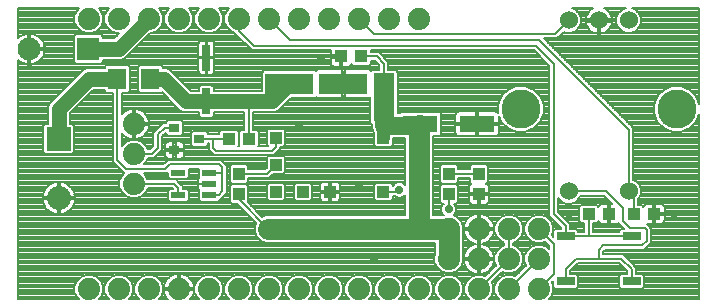
<source format=gtl>
G75*
%MOIN*%
%OFA0B0*%
%FSLAX25Y25*%
%IPPOS*%
%LPD*%
%AMOC8*
5,1,8,0,0,1.08239X$1,22.5*
%
%ADD10R,0.02559X0.08661*%
%ADD11R,0.04331X0.03937*%
%ADD12R,0.11811X0.05512*%
%ADD13C,0.07600*%
%ADD14R,0.07600X0.07600*%
%ADD15R,0.06299X0.07087*%
%ADD16R,0.08000X0.08000*%
%ADD17C,0.08000*%
%ADD18C,0.07400*%
%ADD19R,0.03543X0.03150*%
%ADD20R,0.03937X0.04331*%
%ADD21C,0.06000*%
%ADD22C,0.13000*%
%ADD23R,0.06000X0.03000*%
%ADD24R,0.03976X0.03976*%
%ADD25R,0.16024X0.06969*%
%ADD26R,0.06969X0.16024*%
%ADD27R,0.04724X0.02165*%
%ADD28C,0.00800*%
%ADD29C,0.02900*%
%ADD30C,0.05000*%
%ADD31C,0.04000*%
%ADD32C,0.06000*%
%ADD33C,0.07000*%
D10*
X0157546Y0110853D03*
X0157546Y0125420D03*
D11*
X0202487Y0125833D03*
X0209180Y0125833D03*
X0171680Y0098333D03*
X0164987Y0098333D03*
X0284987Y0073333D03*
X0291680Y0073333D03*
X0299987Y0073333D03*
X0306680Y0073333D03*
D12*
X0247782Y0103333D03*
X0228885Y0103333D03*
D13*
X0098491Y0128333D03*
D14*
X0118176Y0128333D03*
D15*
X0127822Y0118333D03*
X0138845Y0118333D03*
D16*
X0108333Y0098333D03*
D17*
X0108333Y0078648D03*
D18*
X0133333Y0083333D03*
X0133333Y0093333D03*
X0133333Y0103333D03*
X0128333Y0138333D03*
X0118333Y0138333D03*
X0138333Y0138333D03*
X0148333Y0138333D03*
X0158333Y0138333D03*
X0168333Y0138333D03*
X0178333Y0138333D03*
X0188333Y0138333D03*
X0198333Y0138333D03*
X0208333Y0138333D03*
X0218333Y0138333D03*
X0228333Y0138333D03*
X0238333Y0068333D03*
X0248333Y0068333D03*
X0258333Y0068333D03*
X0268333Y0068333D03*
X0268333Y0058333D03*
X0258333Y0058333D03*
X0248333Y0058333D03*
X0238333Y0058333D03*
X0238333Y0048333D03*
X0228333Y0048333D03*
X0218333Y0048333D03*
X0208333Y0048333D03*
X0198333Y0048333D03*
X0188333Y0048333D03*
X0178333Y0048333D03*
X0168333Y0048333D03*
X0158333Y0048333D03*
X0148333Y0048333D03*
X0138333Y0048333D03*
X0128333Y0048333D03*
X0118333Y0048333D03*
X0248333Y0048333D03*
X0258333Y0048333D03*
X0268333Y0048333D03*
D19*
X0146896Y0094593D03*
X0155164Y0098333D03*
X0146896Y0102073D03*
D20*
X0168333Y0086680D03*
X0168333Y0079987D03*
X0238333Y0079987D03*
X0248333Y0079987D03*
X0248333Y0086680D03*
X0238333Y0086680D03*
D21*
X0278333Y0080833D03*
X0298333Y0080833D03*
X0298333Y0137833D03*
X0288333Y0137833D03*
X0278333Y0137833D03*
D22*
X0262333Y0108333D03*
X0314333Y0108333D03*
D23*
X0299333Y0065833D03*
X0277333Y0065833D03*
X0277333Y0050833D03*
X0299333Y0050833D03*
D24*
X0216483Y0080696D03*
X0198727Y0080696D03*
X0189711Y0080696D03*
X0180696Y0080696D03*
X0180696Y0089711D03*
X0180696Y0098727D03*
X0216483Y0098727D03*
D25*
X0203215Y0116719D03*
X0185223Y0116719D03*
D26*
X0216719Y0112231D03*
D27*
X0158452Y0087073D03*
X0158452Y0083333D03*
X0158452Y0079593D03*
X0148215Y0079593D03*
X0148215Y0087073D03*
D28*
X0094833Y0124637D02*
X0094833Y0044833D01*
X0115045Y0044833D01*
X0114264Y0045614D01*
X0113533Y0047379D01*
X0113533Y0049288D01*
X0114264Y0051052D01*
X0115614Y0052403D01*
X0117379Y0053133D01*
X0119288Y0053133D01*
X0121052Y0052403D01*
X0122403Y0051052D01*
X0123133Y0049288D01*
X0123133Y0047379D01*
X0122403Y0045614D01*
X0121622Y0044833D01*
X0125045Y0044833D01*
X0124264Y0045614D01*
X0123533Y0047379D01*
X0123533Y0049288D01*
X0124264Y0051052D01*
X0125614Y0052403D01*
X0127379Y0053133D01*
X0129288Y0053133D01*
X0131052Y0052403D01*
X0132403Y0051052D01*
X0133133Y0049288D01*
X0133133Y0047379D01*
X0132403Y0045614D01*
X0131622Y0044833D01*
X0135045Y0044833D01*
X0134264Y0045614D01*
X0133533Y0047379D01*
X0133533Y0049288D01*
X0134264Y0051052D01*
X0135614Y0052403D01*
X0137379Y0053133D01*
X0139288Y0053133D01*
X0141052Y0052403D01*
X0142403Y0051052D01*
X0143133Y0049288D01*
X0143133Y0047379D01*
X0142403Y0045614D01*
X0141622Y0044833D01*
X0144621Y0044833D01*
X0144443Y0045011D01*
X0143971Y0045660D01*
X0143607Y0046376D01*
X0143359Y0047139D01*
X0143233Y0047932D01*
X0143233Y0047933D01*
X0147933Y0047933D01*
X0147933Y0048733D01*
X0143233Y0048733D01*
X0143233Y0048735D01*
X0143359Y0049528D01*
X0143607Y0050291D01*
X0143971Y0051006D01*
X0144443Y0051656D01*
X0145011Y0052223D01*
X0145660Y0052695D01*
X0146376Y0053060D01*
X0147139Y0053308D01*
X0147932Y0053433D01*
X0147933Y0053433D01*
X0147933Y0048733D01*
X0148733Y0048733D01*
X0148733Y0053433D01*
X0148735Y0053433D01*
X0149528Y0053308D01*
X0150291Y0053060D01*
X0151006Y0052695D01*
X0151656Y0052223D01*
X0152223Y0051656D01*
X0152695Y0051006D01*
X0153060Y0050291D01*
X0153308Y0049528D01*
X0153433Y0048735D01*
X0153433Y0048733D01*
X0148733Y0048733D01*
X0148733Y0047933D01*
X0153433Y0047933D01*
X0153433Y0047932D01*
X0153308Y0047139D01*
X0153060Y0046376D01*
X0152695Y0045660D01*
X0152223Y0045011D01*
X0152046Y0044833D01*
X0155045Y0044833D01*
X0154264Y0045614D01*
X0153533Y0047379D01*
X0153533Y0049288D01*
X0154264Y0051052D01*
X0155614Y0052403D01*
X0157379Y0053133D01*
X0159288Y0053133D01*
X0161052Y0052403D01*
X0162403Y0051052D01*
X0163133Y0049288D01*
X0163133Y0047379D01*
X0162403Y0045614D01*
X0161622Y0044833D01*
X0165045Y0044833D01*
X0164264Y0045614D01*
X0163533Y0047379D01*
X0163533Y0049288D01*
X0164264Y0051052D01*
X0165614Y0052403D01*
X0167379Y0053133D01*
X0169288Y0053133D01*
X0171052Y0052403D01*
X0172403Y0051052D01*
X0173133Y0049288D01*
X0173133Y0047379D01*
X0172403Y0045614D01*
X0171622Y0044833D01*
X0175045Y0044833D01*
X0174264Y0045614D01*
X0173533Y0047379D01*
X0173533Y0049288D01*
X0174264Y0051052D01*
X0175614Y0052403D01*
X0177379Y0053133D01*
X0179288Y0053133D01*
X0181052Y0052403D01*
X0182403Y0051052D01*
X0183133Y0049288D01*
X0183133Y0047379D01*
X0182403Y0045614D01*
X0181622Y0044833D01*
X0185045Y0044833D01*
X0184264Y0045614D01*
X0183533Y0047379D01*
X0183533Y0049288D01*
X0184264Y0051052D01*
X0185614Y0052403D01*
X0187379Y0053133D01*
X0189288Y0053133D01*
X0191052Y0052403D01*
X0192403Y0051052D01*
X0193133Y0049288D01*
X0193133Y0047379D01*
X0192403Y0045614D01*
X0191622Y0044833D01*
X0195045Y0044833D01*
X0194264Y0045614D01*
X0193533Y0047379D01*
X0193533Y0049288D01*
X0194264Y0051052D01*
X0195614Y0052403D01*
X0197379Y0053133D01*
X0199288Y0053133D01*
X0201052Y0052403D01*
X0202403Y0051052D01*
X0203133Y0049288D01*
X0203133Y0047379D01*
X0202403Y0045614D01*
X0201622Y0044833D01*
X0205045Y0044833D01*
X0204264Y0045614D01*
X0203533Y0047379D01*
X0203533Y0049288D01*
X0204264Y0051052D01*
X0205614Y0052403D01*
X0207379Y0053133D01*
X0209288Y0053133D01*
X0211052Y0052403D01*
X0212403Y0051052D01*
X0213133Y0049288D01*
X0213133Y0047379D01*
X0212403Y0045614D01*
X0211622Y0044833D01*
X0215045Y0044833D01*
X0214264Y0045614D01*
X0213533Y0047379D01*
X0213533Y0049288D01*
X0214264Y0051052D01*
X0215614Y0052403D01*
X0217379Y0053133D01*
X0219288Y0053133D01*
X0221052Y0052403D01*
X0222403Y0051052D01*
X0223133Y0049288D01*
X0223133Y0047379D01*
X0222403Y0045614D01*
X0221622Y0044833D01*
X0225045Y0044833D01*
X0224264Y0045614D01*
X0223533Y0047379D01*
X0223533Y0049288D01*
X0224264Y0051052D01*
X0225614Y0052403D01*
X0227379Y0053133D01*
X0229288Y0053133D01*
X0231052Y0052403D01*
X0232403Y0051052D01*
X0233133Y0049288D01*
X0233133Y0047379D01*
X0232403Y0045614D01*
X0231622Y0044833D01*
X0235045Y0044833D01*
X0234264Y0045614D01*
X0233533Y0047379D01*
X0233533Y0049288D01*
X0234264Y0051052D01*
X0235614Y0052403D01*
X0237379Y0053133D01*
X0239288Y0053133D01*
X0241052Y0052403D01*
X0242403Y0051052D01*
X0243133Y0049288D01*
X0243133Y0047379D01*
X0242403Y0045614D01*
X0241622Y0044833D01*
X0245045Y0044833D01*
X0244264Y0045614D01*
X0243533Y0047379D01*
X0243533Y0049288D01*
X0244264Y0051052D01*
X0245614Y0052403D01*
X0247379Y0053133D01*
X0249288Y0053133D01*
X0250507Y0052628D01*
X0254038Y0056160D01*
X0253533Y0057379D01*
X0253533Y0059288D01*
X0254264Y0061052D01*
X0255614Y0062403D01*
X0256833Y0062907D01*
X0256833Y0063759D01*
X0255614Y0064264D01*
X0254264Y0065614D01*
X0253533Y0067379D01*
X0253533Y0069288D01*
X0254264Y0071052D01*
X0255614Y0072403D01*
X0257379Y0073133D01*
X0259288Y0073133D01*
X0261052Y0072403D01*
X0262403Y0071052D01*
X0263133Y0069288D01*
X0263133Y0067379D01*
X0262403Y0065614D01*
X0261052Y0064264D01*
X0259833Y0063759D01*
X0259833Y0062907D01*
X0261052Y0062403D01*
X0262403Y0061052D01*
X0263133Y0059288D01*
X0263133Y0057379D01*
X0262403Y0055614D01*
X0261052Y0054264D01*
X0259288Y0053533D01*
X0257379Y0053533D01*
X0256160Y0054038D01*
X0252628Y0050507D01*
X0253133Y0049288D01*
X0253133Y0047379D01*
X0252403Y0045614D01*
X0251622Y0044833D01*
X0255045Y0044833D01*
X0254264Y0045614D01*
X0253533Y0047379D01*
X0253533Y0049288D01*
X0254264Y0051052D01*
X0255614Y0052403D01*
X0257379Y0053133D01*
X0259288Y0053133D01*
X0260507Y0052628D01*
X0264038Y0056160D01*
X0263533Y0057379D01*
X0263533Y0059288D01*
X0264264Y0061052D01*
X0265614Y0062403D01*
X0267379Y0063133D01*
X0269288Y0063133D01*
X0271052Y0062403D01*
X0271833Y0061622D01*
X0271833Y0062712D01*
X0270507Y0064038D01*
X0269288Y0063533D01*
X0267379Y0063533D01*
X0265614Y0064264D01*
X0264264Y0065614D01*
X0263533Y0067379D01*
X0263533Y0069288D01*
X0264264Y0071052D01*
X0265614Y0072403D01*
X0267379Y0073133D01*
X0269288Y0073133D01*
X0271052Y0072403D01*
X0272403Y0071052D01*
X0273133Y0069288D01*
X0273133Y0067379D01*
X0272628Y0066160D01*
X0273233Y0065555D01*
X0273233Y0067789D01*
X0273878Y0068433D01*
X0275833Y0068433D01*
X0275833Y0068712D01*
X0271833Y0072712D01*
X0271833Y0122712D01*
X0266712Y0127833D01*
X0212445Y0127833D01*
X0212445Y0127333D01*
X0214955Y0127333D01*
X0218219Y0124069D01*
X0218219Y0121343D01*
X0220659Y0121343D01*
X0221303Y0120698D01*
X0221303Y0106882D01*
X0222216Y0106882D01*
X0222523Y0107189D01*
X0226953Y0107189D01*
X0227418Y0107382D01*
X0227945Y0107382D01*
X0228069Y0107433D01*
X0229700Y0107433D01*
X0230289Y0107189D01*
X0235246Y0107189D01*
X0235890Y0106545D01*
X0235890Y0100122D01*
X0235246Y0099477D01*
X0232933Y0099477D01*
X0232933Y0072933D01*
X0236627Y0072933D01*
X0236172Y0073389D01*
X0235783Y0074326D01*
X0235783Y0075341D01*
X0236172Y0076278D01*
X0236615Y0076722D01*
X0235909Y0076722D01*
X0235265Y0077366D01*
X0235265Y0082608D01*
X0235909Y0083252D01*
X0240757Y0083252D01*
X0241402Y0082608D01*
X0241402Y0077366D01*
X0240757Y0076722D01*
X0240051Y0076722D01*
X0240495Y0076278D01*
X0240883Y0075341D01*
X0240883Y0074326D01*
X0240495Y0073389D01*
X0239961Y0072855D01*
X0241052Y0072403D01*
X0242403Y0071052D01*
X0243133Y0069288D01*
X0243133Y0067379D01*
X0242933Y0066896D01*
X0242933Y0059771D01*
X0243133Y0059288D01*
X0243133Y0057379D01*
X0242403Y0055614D01*
X0241052Y0054264D01*
X0239288Y0053533D01*
X0237379Y0053533D01*
X0235614Y0054264D01*
X0234264Y0055614D01*
X0233533Y0057379D01*
X0233533Y0059288D01*
X0233733Y0059771D01*
X0233733Y0063733D01*
X0177261Y0063733D01*
X0175570Y0064434D01*
X0174276Y0065728D01*
X0173576Y0067418D01*
X0173576Y0069248D01*
X0174034Y0070354D01*
X0167666Y0076722D01*
X0165909Y0076722D01*
X0165265Y0077366D01*
X0165265Y0082608D01*
X0165909Y0083252D01*
X0170757Y0083252D01*
X0171402Y0082608D01*
X0171402Y0077366D01*
X0171333Y0077297D01*
X0176155Y0072475D01*
X0177261Y0072933D01*
X0223733Y0072933D01*
X0223733Y0079627D01*
X0223278Y0079172D01*
X0222341Y0078783D01*
X0221326Y0078783D01*
X0220389Y0079172D01*
X0220365Y0079196D01*
X0219571Y0079196D01*
X0219571Y0078252D01*
X0218927Y0077607D01*
X0214039Y0077607D01*
X0213395Y0078252D01*
X0213395Y0083139D01*
X0214039Y0083784D01*
X0218927Y0083784D01*
X0219571Y0083139D01*
X0219571Y0082535D01*
X0219672Y0082778D01*
X0220389Y0083495D01*
X0221326Y0083883D01*
X0222341Y0083883D01*
X0223278Y0083495D01*
X0223733Y0083040D01*
X0223733Y0098682D01*
X0219819Y0098682D01*
X0219819Y0098069D01*
X0219571Y0097640D01*
X0219571Y0096283D01*
X0218927Y0095639D01*
X0217397Y0095639D01*
X0217377Y0095627D01*
X0215866Y0095627D01*
X0215838Y0095639D01*
X0214039Y0095639D01*
X0213395Y0096283D01*
X0213395Y0098082D01*
X0213383Y0098110D01*
X0213383Y0099344D01*
X0213395Y0099372D01*
X0213395Y0100308D01*
X0213243Y0100460D01*
X0212619Y0101967D01*
X0212619Y0103279D01*
X0212135Y0103764D01*
X0212135Y0112163D01*
X0212087Y0112115D01*
X0211767Y0111930D01*
X0211411Y0111835D01*
X0203615Y0111835D01*
X0203615Y0116319D01*
X0202815Y0116319D01*
X0202815Y0111835D01*
X0195019Y0111835D01*
X0194663Y0111930D01*
X0194344Y0112115D01*
X0194083Y0112375D01*
X0194027Y0112472D01*
X0193691Y0112135D01*
X0185730Y0112135D01*
X0182409Y0108814D01*
X0181396Y0107801D01*
X0180073Y0107253D01*
X0173180Y0107253D01*
X0173180Y0101402D01*
X0174301Y0101402D01*
X0174945Y0100757D01*
X0174945Y0095909D01*
X0174869Y0095833D01*
X0178057Y0095833D01*
X0177607Y0096283D01*
X0177607Y0101171D01*
X0178252Y0101815D01*
X0183139Y0101815D01*
X0183784Y0101171D01*
X0183784Y0096283D01*
X0183139Y0095639D01*
X0182196Y0095639D01*
X0182196Y0095074D01*
X0181317Y0094196D01*
X0179955Y0092833D01*
X0160212Y0092833D01*
X0159333Y0093712D01*
X0158333Y0094712D01*
X0158333Y0096833D01*
X0158036Y0096833D01*
X0158036Y0096303D01*
X0157391Y0095659D01*
X0152937Y0095659D01*
X0152292Y0096303D01*
X0152292Y0100364D01*
X0152937Y0101008D01*
X0157391Y0101008D01*
X0158036Y0100364D01*
X0158036Y0099833D01*
X0161722Y0099833D01*
X0161722Y0100757D01*
X0162366Y0101402D01*
X0167608Y0101402D01*
X0168252Y0100757D01*
X0168252Y0095909D01*
X0168176Y0095833D01*
X0168490Y0095833D01*
X0168414Y0095909D01*
X0168414Y0100757D01*
X0169059Y0101402D01*
X0170180Y0101402D01*
X0170180Y0107253D01*
X0159925Y0107253D01*
X0159925Y0106067D01*
X0159281Y0105422D01*
X0155811Y0105422D01*
X0155166Y0106067D01*
X0155166Y0107253D01*
X0150098Y0107253D01*
X0148774Y0107801D01*
X0147762Y0108814D01*
X0142668Y0113908D01*
X0142450Y0113690D01*
X0135240Y0113690D01*
X0134596Y0114334D01*
X0134596Y0122332D01*
X0135240Y0122977D01*
X0142450Y0122977D01*
X0143095Y0122332D01*
X0143095Y0121933D01*
X0144049Y0121933D01*
X0145373Y0121385D01*
X0152305Y0114453D01*
X0155166Y0114453D01*
X0155166Y0115639D01*
X0155811Y0116284D01*
X0159281Y0116284D01*
X0159925Y0115639D01*
X0159925Y0114453D01*
X0176111Y0114453D01*
X0176111Y0120659D01*
X0176756Y0121303D01*
X0193691Y0121303D01*
X0194027Y0120967D01*
X0194083Y0121063D01*
X0194344Y0121324D01*
X0194663Y0121508D01*
X0195019Y0121603D01*
X0202815Y0121603D01*
X0202815Y0117119D01*
X0203615Y0117119D01*
X0203615Y0121603D01*
X0211411Y0121603D01*
X0211767Y0121508D01*
X0212087Y0121324D01*
X0212347Y0121063D01*
X0212403Y0120967D01*
X0212779Y0121343D01*
X0215219Y0121343D01*
X0215219Y0122826D01*
X0213712Y0124333D01*
X0212445Y0124333D01*
X0212445Y0123409D01*
X0211801Y0122765D01*
X0206559Y0122765D01*
X0205966Y0123358D01*
X0205957Y0123324D01*
X0205772Y0123005D01*
X0205512Y0122745D01*
X0205193Y0122560D01*
X0204837Y0122465D01*
X0202887Y0122465D01*
X0202887Y0125433D01*
X0202087Y0125433D01*
X0202087Y0122465D01*
X0200137Y0122465D01*
X0199781Y0122560D01*
X0199462Y0122745D01*
X0199201Y0123005D01*
X0199017Y0123324D01*
X0198922Y0123680D01*
X0198922Y0125433D01*
X0202087Y0125433D01*
X0202087Y0126233D01*
X0198922Y0126233D01*
X0198922Y0127833D01*
X0172712Y0127833D01*
X0166833Y0133712D01*
X0166833Y0133759D01*
X0165614Y0134264D01*
X0164264Y0135614D01*
X0163533Y0137379D01*
X0163533Y0139288D01*
X0164264Y0141052D01*
X0165045Y0141833D01*
X0161622Y0141833D01*
X0162403Y0141052D01*
X0163133Y0139288D01*
X0163133Y0137379D01*
X0162403Y0135614D01*
X0161052Y0134264D01*
X0159288Y0133533D01*
X0157379Y0133533D01*
X0155614Y0134264D01*
X0154264Y0135614D01*
X0153533Y0137379D01*
X0153533Y0139288D01*
X0154264Y0141052D01*
X0155045Y0141833D01*
X0151622Y0141833D01*
X0152403Y0141052D01*
X0153133Y0139288D01*
X0153133Y0137379D01*
X0152403Y0135614D01*
X0151052Y0134264D01*
X0149288Y0133533D01*
X0147379Y0133533D01*
X0145614Y0134264D01*
X0144264Y0135614D01*
X0143533Y0137379D01*
X0143533Y0139288D01*
X0144264Y0141052D01*
X0145045Y0141833D01*
X0141622Y0141833D01*
X0142403Y0141052D01*
X0143133Y0139288D01*
X0143133Y0137379D01*
X0142403Y0135614D01*
X0141052Y0134264D01*
X0139288Y0133533D01*
X0138624Y0133533D01*
X0130373Y0125281D01*
X0129049Y0124733D01*
X0123076Y0124733D01*
X0123076Y0124078D01*
X0122431Y0123433D01*
X0113920Y0123433D01*
X0113276Y0124078D01*
X0113276Y0132589D01*
X0113920Y0133233D01*
X0122431Y0133233D01*
X0123076Y0132589D01*
X0123076Y0131933D01*
X0126842Y0131933D01*
X0128442Y0133533D01*
X0127379Y0133533D01*
X0125614Y0134264D01*
X0124264Y0135614D01*
X0123533Y0137379D01*
X0123533Y0139288D01*
X0124264Y0141052D01*
X0125045Y0141833D01*
X0121622Y0141833D01*
X0122403Y0141052D01*
X0123133Y0139288D01*
X0123133Y0137379D01*
X0122403Y0135614D01*
X0121052Y0134264D01*
X0119288Y0133533D01*
X0117379Y0133533D01*
X0115614Y0134264D01*
X0114264Y0135614D01*
X0113533Y0137379D01*
X0113533Y0139288D01*
X0114264Y0141052D01*
X0115045Y0141833D01*
X0094833Y0141833D01*
X0094833Y0132030D01*
X0095103Y0132300D01*
X0095765Y0132781D01*
X0096495Y0133152D01*
X0097273Y0133405D01*
X0098082Y0133533D01*
X0098091Y0133533D01*
X0098091Y0128733D01*
X0098891Y0128733D01*
X0103691Y0128733D01*
X0103691Y0128743D01*
X0103563Y0129551D01*
X0103310Y0130329D01*
X0102938Y0131059D01*
X0102457Y0131721D01*
X0101878Y0132300D01*
X0101216Y0132781D01*
X0100487Y0133152D01*
X0099708Y0133405D01*
X0098900Y0133533D01*
X0098891Y0133533D01*
X0098891Y0128733D01*
X0098891Y0127933D01*
X0098891Y0123133D01*
X0098900Y0123133D01*
X0099708Y0123261D01*
X0100487Y0123514D01*
X0101216Y0123886D01*
X0101878Y0124367D01*
X0102457Y0124946D01*
X0102938Y0125608D01*
X0103310Y0126337D01*
X0103563Y0127116D01*
X0103691Y0127924D01*
X0103691Y0127933D01*
X0098891Y0127933D01*
X0098091Y0127933D01*
X0098091Y0123133D01*
X0098082Y0123133D01*
X0097273Y0123261D01*
X0096495Y0123514D01*
X0095765Y0123886D01*
X0095103Y0124367D01*
X0094833Y0124637D01*
X0094833Y0123983D02*
X0095632Y0123983D01*
X0094833Y0123184D02*
X0097759Y0123184D01*
X0098091Y0123184D02*
X0098891Y0123184D01*
X0099223Y0123184D02*
X0154866Y0123184D01*
X0154866Y0122386D02*
X0143041Y0122386D01*
X0144884Y0121587D02*
X0154866Y0121587D01*
X0154866Y0120905D02*
X0154962Y0120549D01*
X0155146Y0120230D01*
X0155407Y0119969D01*
X0155726Y0119785D01*
X0156082Y0119689D01*
X0157306Y0119689D01*
X0157306Y0125180D01*
X0157786Y0125180D01*
X0157786Y0125660D01*
X0157306Y0125660D01*
X0157306Y0131151D01*
X0156082Y0131151D01*
X0155726Y0131055D01*
X0155407Y0130871D01*
X0155146Y0130610D01*
X0154962Y0130291D01*
X0154866Y0129935D01*
X0154866Y0125660D01*
X0157306Y0125660D01*
X0157306Y0125180D01*
X0154866Y0125180D01*
X0154866Y0120905D01*
X0154897Y0120789D02*
X0145969Y0120789D01*
X0146767Y0119990D02*
X0155385Y0119990D01*
X0157306Y0119990D02*
X0157786Y0119990D01*
X0157786Y0119689D02*
X0159010Y0119689D01*
X0159366Y0119785D01*
X0159685Y0119969D01*
X0159946Y0120230D01*
X0160130Y0120549D01*
X0160225Y0120905D01*
X0160225Y0125180D01*
X0157786Y0125180D01*
X0157786Y0119689D01*
X0157786Y0120789D02*
X0157306Y0120789D01*
X0157306Y0121587D02*
X0157786Y0121587D01*
X0157786Y0122386D02*
X0157306Y0122386D01*
X0157306Y0123184D02*
X0157786Y0123184D01*
X0157786Y0123983D02*
X0157306Y0123983D01*
X0157306Y0124781D02*
X0157786Y0124781D01*
X0157786Y0125580D02*
X0202087Y0125580D01*
X0202087Y0124781D02*
X0202887Y0124781D01*
X0202887Y0123983D02*
X0202087Y0123983D01*
X0202087Y0123184D02*
X0202887Y0123184D01*
X0202815Y0121587D02*
X0203615Y0121587D01*
X0203615Y0120789D02*
X0202815Y0120789D01*
X0202815Y0119990D02*
X0203615Y0119990D01*
X0203615Y0119192D02*
X0202815Y0119192D01*
X0202815Y0118393D02*
X0203615Y0118393D01*
X0203615Y0117595D02*
X0202815Y0117595D01*
X0202815Y0115998D02*
X0203615Y0115998D01*
X0203615Y0115199D02*
X0202815Y0115199D01*
X0202815Y0114401D02*
X0203615Y0114401D01*
X0203615Y0113602D02*
X0202815Y0113602D01*
X0202815Y0112804D02*
X0203615Y0112804D01*
X0203615Y0112005D02*
X0202815Y0112005D01*
X0194533Y0112005D02*
X0185600Y0112005D01*
X0184802Y0111207D02*
X0212135Y0111207D01*
X0212135Y0112005D02*
X0211897Y0112005D01*
X0212135Y0110408D02*
X0184003Y0110408D01*
X0183205Y0109610D02*
X0212135Y0109610D01*
X0212135Y0108811D02*
X0182406Y0108811D01*
X0181608Y0108013D02*
X0212135Y0108013D01*
X0212135Y0107214D02*
X0173180Y0107214D01*
X0173180Y0106416D02*
X0212135Y0106416D01*
X0212135Y0105617D02*
X0173180Y0105617D01*
X0173180Y0104819D02*
X0212135Y0104819D01*
X0212135Y0104020D02*
X0173180Y0104020D01*
X0173180Y0103222D02*
X0212619Y0103222D01*
X0212619Y0102423D02*
X0173180Y0102423D01*
X0173180Y0101625D02*
X0178061Y0101625D01*
X0177607Y0100826D02*
X0174876Y0100826D01*
X0174945Y0100028D02*
X0177607Y0100028D01*
X0177607Y0099229D02*
X0174945Y0099229D01*
X0174945Y0098431D02*
X0177607Y0098431D01*
X0177607Y0097632D02*
X0174945Y0097632D01*
X0174945Y0096834D02*
X0177607Y0096834D01*
X0177855Y0096035D02*
X0174945Y0096035D01*
X0171680Y0098333D02*
X0171680Y0110853D01*
X0170180Y0107214D02*
X0159925Y0107214D01*
X0159925Y0106416D02*
X0170180Y0106416D01*
X0170180Y0105617D02*
X0159476Y0105617D01*
X0155616Y0105617D02*
X0137893Y0105617D01*
X0138060Y0105291D02*
X0137695Y0106006D01*
X0137223Y0106656D01*
X0136656Y0107223D01*
X0136006Y0107695D01*
X0135291Y0108060D01*
X0134528Y0108308D01*
X0133735Y0108433D01*
X0133733Y0108433D01*
X0133733Y0103733D01*
X0132933Y0103733D01*
X0132933Y0108433D01*
X0132932Y0108433D01*
X0132139Y0108308D01*
X0131376Y0108060D01*
X0130660Y0107695D01*
X0130011Y0107223D01*
X0129443Y0106656D01*
X0129322Y0106488D01*
X0129322Y0113690D01*
X0131427Y0113690D01*
X0132071Y0114334D01*
X0132071Y0122332D01*
X0131427Y0122977D01*
X0124216Y0122977D01*
X0123572Y0122332D01*
X0123572Y0121933D01*
X0117617Y0121933D01*
X0116294Y0121385D01*
X0105281Y0110373D01*
X0104733Y0109049D01*
X0104733Y0103433D01*
X0103878Y0103433D01*
X0103233Y0102789D01*
X0103233Y0093878D01*
X0103878Y0093233D01*
X0112789Y0093233D01*
X0113433Y0093878D01*
X0113433Y0102789D01*
X0112789Y0103433D01*
X0111933Y0103433D01*
X0111933Y0106842D01*
X0119824Y0114733D01*
X0123572Y0114733D01*
X0123572Y0114334D01*
X0124216Y0113690D01*
X0126322Y0113690D01*
X0126322Y0090724D01*
X0129333Y0087712D01*
X0130129Y0086917D01*
X0129264Y0086052D01*
X0128533Y0084288D01*
X0128533Y0082379D01*
X0129264Y0080614D01*
X0130614Y0079264D01*
X0132379Y0078533D01*
X0134288Y0078533D01*
X0136052Y0079264D01*
X0137403Y0080614D01*
X0137907Y0081833D01*
X0146212Y0081833D01*
X0146270Y0081776D01*
X0145397Y0081776D01*
X0144753Y0081131D01*
X0144753Y0078055D01*
X0145397Y0077410D01*
X0151033Y0077410D01*
X0151677Y0078055D01*
X0151677Y0081131D01*
X0151033Y0081776D01*
X0149715Y0081776D01*
X0149715Y0082573D01*
X0148836Y0083452D01*
X0147455Y0084833D01*
X0137907Y0084833D01*
X0137403Y0086052D01*
X0136622Y0086833D01*
X0144455Y0086833D01*
X0144753Y0087131D01*
X0144753Y0085535D01*
X0145397Y0084891D01*
X0151033Y0084891D01*
X0151677Y0085535D01*
X0151677Y0088333D01*
X0154990Y0088333D01*
X0154990Y0085535D01*
X0155109Y0085416D01*
X0154969Y0085276D01*
X0154785Y0084956D01*
X0154690Y0084600D01*
X0154690Y0083475D01*
X0158310Y0083475D01*
X0158310Y0083192D01*
X0154690Y0083192D01*
X0154690Y0082066D01*
X0154785Y0081710D01*
X0154969Y0081391D01*
X0155109Y0081251D01*
X0154990Y0081131D01*
X0154990Y0078055D01*
X0155634Y0077410D01*
X0161270Y0077410D01*
X0161914Y0078055D01*
X0161914Y0078093D01*
X0162214Y0078093D01*
X0163093Y0078972D01*
X0164333Y0080212D01*
X0164333Y0089455D01*
X0163455Y0090333D01*
X0162455Y0091333D01*
X0144712Y0091333D01*
X0143833Y0090455D01*
X0143212Y0089833D01*
X0136622Y0089833D01*
X0137403Y0090614D01*
X0137907Y0091833D01*
X0139955Y0091833D01*
X0140833Y0092712D01*
X0141955Y0093833D01*
X0142833Y0094712D01*
X0142833Y0099212D01*
X0144025Y0100403D01*
X0144025Y0100043D01*
X0144669Y0099399D01*
X0149124Y0099399D01*
X0149768Y0100043D01*
X0149768Y0104104D01*
X0149124Y0104748D01*
X0144669Y0104748D01*
X0144025Y0104104D01*
X0144025Y0103573D01*
X0142952Y0103573D01*
X0140712Y0101333D01*
X0139833Y0100455D01*
X0139833Y0095955D01*
X0138712Y0094833D01*
X0137907Y0094833D01*
X0137403Y0096052D01*
X0136052Y0097403D01*
X0134288Y0098133D01*
X0132379Y0098133D01*
X0130614Y0097403D01*
X0129322Y0096110D01*
X0129322Y0100179D01*
X0129443Y0100011D01*
X0130011Y0099443D01*
X0130660Y0098971D01*
X0131376Y0098607D01*
X0132139Y0098359D01*
X0132932Y0098233D01*
X0132933Y0098233D01*
X0132933Y0102933D01*
X0133733Y0102933D01*
X0133733Y0098233D01*
X0133735Y0098233D01*
X0134528Y0098359D01*
X0135291Y0098607D01*
X0136006Y0098971D01*
X0136656Y0099443D01*
X0137223Y0100011D01*
X0137695Y0100660D01*
X0138060Y0101376D01*
X0138308Y0102139D01*
X0138433Y0102932D01*
X0138433Y0102933D01*
X0133733Y0102933D01*
X0133733Y0103733D01*
X0138433Y0103733D01*
X0138433Y0103735D01*
X0138308Y0104528D01*
X0138060Y0105291D01*
X0138213Y0104819D02*
X0170180Y0104819D01*
X0170180Y0104020D02*
X0149768Y0104020D01*
X0149768Y0103222D02*
X0170180Y0103222D01*
X0170180Y0102423D02*
X0149768Y0102423D01*
X0149768Y0101625D02*
X0170180Y0101625D01*
X0168483Y0100826D02*
X0168184Y0100826D01*
X0168252Y0100028D02*
X0168414Y0100028D01*
X0168414Y0099229D02*
X0168252Y0099229D01*
X0168252Y0098431D02*
X0168414Y0098431D01*
X0168414Y0097632D02*
X0168252Y0097632D01*
X0168252Y0096834D02*
X0168414Y0096834D01*
X0168414Y0096035D02*
X0168252Y0096035D01*
X0164987Y0098333D02*
X0159833Y0098333D01*
X0159833Y0095333D01*
X0160833Y0094333D01*
X0179333Y0094333D01*
X0180696Y0095696D01*
X0180696Y0098727D01*
X0183784Y0098431D02*
X0213383Y0098431D01*
X0213383Y0099229D02*
X0183784Y0099229D01*
X0183784Y0100028D02*
X0213395Y0100028D01*
X0213092Y0100826D02*
X0183784Y0100826D01*
X0183330Y0101625D02*
X0212761Y0101625D01*
X0213395Y0097632D02*
X0183784Y0097632D01*
X0183784Y0096834D02*
X0213395Y0096834D01*
X0213643Y0096035D02*
X0183536Y0096035D01*
X0182196Y0095237D02*
X0223733Y0095237D01*
X0223733Y0096035D02*
X0219323Y0096035D01*
X0219571Y0096834D02*
X0223733Y0096834D01*
X0223733Y0097632D02*
X0219571Y0097632D01*
X0219819Y0098431D02*
X0223733Y0098431D01*
X0223733Y0094438D02*
X0181559Y0094438D01*
X0180761Y0093640D02*
X0223733Y0093640D01*
X0223733Y0092841D02*
X0179962Y0092841D01*
X0178252Y0092799D02*
X0177607Y0092155D01*
X0177607Y0088744D01*
X0177043Y0088180D01*
X0171402Y0088180D01*
X0171402Y0089301D01*
X0170757Y0089945D01*
X0165909Y0089945D01*
X0165265Y0089301D01*
X0165265Y0084059D01*
X0165909Y0083414D01*
X0170757Y0083414D01*
X0171402Y0084059D01*
X0171402Y0085180D01*
X0178285Y0085180D01*
X0179729Y0086623D01*
X0183139Y0086623D01*
X0183784Y0087267D01*
X0183784Y0092155D01*
X0183139Y0092799D01*
X0178252Y0092799D01*
X0177607Y0092043D02*
X0149672Y0092043D01*
X0149788Y0092159D02*
X0149973Y0092478D01*
X0150068Y0092834D01*
X0150068Y0094206D01*
X0147284Y0094206D01*
X0147284Y0094981D01*
X0146509Y0094981D01*
X0146509Y0097568D01*
X0144940Y0097568D01*
X0144584Y0097473D01*
X0144265Y0097288D01*
X0144004Y0097028D01*
X0143820Y0096708D01*
X0143725Y0096352D01*
X0143725Y0094981D01*
X0146509Y0094981D01*
X0146509Y0094206D01*
X0143725Y0094206D01*
X0143725Y0092834D01*
X0143820Y0092478D01*
X0144004Y0092159D01*
X0144265Y0091898D01*
X0144584Y0091714D01*
X0144940Y0091618D01*
X0146509Y0091618D01*
X0146509Y0094206D01*
X0147284Y0094206D01*
X0147284Y0091618D01*
X0148852Y0091618D01*
X0149208Y0091714D01*
X0149528Y0091898D01*
X0149788Y0092159D01*
X0150068Y0092841D02*
X0160204Y0092841D01*
X0159406Y0093640D02*
X0150068Y0093640D01*
X0150068Y0094981D02*
X0150068Y0096352D01*
X0149973Y0096708D01*
X0149788Y0097028D01*
X0149528Y0097288D01*
X0149208Y0097473D01*
X0148852Y0097568D01*
X0147284Y0097568D01*
X0147284Y0094981D01*
X0150068Y0094981D01*
X0150068Y0095237D02*
X0158333Y0095237D01*
X0158333Y0096035D02*
X0157768Y0096035D01*
X0158607Y0094438D02*
X0147284Y0094438D01*
X0146509Y0094438D02*
X0142559Y0094438D01*
X0142833Y0095237D02*
X0143725Y0095237D01*
X0143725Y0096035D02*
X0142833Y0096035D01*
X0142833Y0096834D02*
X0143892Y0096834D01*
X0142833Y0097632D02*
X0152292Y0097632D01*
X0152292Y0096834D02*
X0149900Y0096834D01*
X0150068Y0096035D02*
X0152560Y0096035D01*
X0152292Y0098431D02*
X0142833Y0098431D01*
X0142850Y0099229D02*
X0152292Y0099229D01*
X0152292Y0100028D02*
X0149753Y0100028D01*
X0149768Y0100826D02*
X0152755Y0100826D01*
X0155164Y0098333D02*
X0158333Y0098333D01*
X0158333Y0098333D01*
X0159833Y0098333D01*
X0158036Y0100028D02*
X0161722Y0100028D01*
X0161790Y0100826D02*
X0157573Y0100826D01*
X0146896Y0102073D02*
X0143573Y0102073D01*
X0141333Y0099833D01*
X0141333Y0095333D01*
X0139333Y0093333D01*
X0133333Y0093333D01*
X0137740Y0095237D02*
X0139115Y0095237D01*
X0139833Y0096035D02*
X0137410Y0096035D01*
X0136621Y0096834D02*
X0139833Y0096834D01*
X0139833Y0097632D02*
X0135498Y0097632D01*
X0134748Y0098431D02*
X0139833Y0098431D01*
X0139833Y0099229D02*
X0136361Y0099229D01*
X0137236Y0100028D02*
X0139833Y0100028D01*
X0140205Y0100826D02*
X0137780Y0100826D01*
X0138141Y0101625D02*
X0141003Y0101625D01*
X0141802Y0102423D02*
X0138353Y0102423D01*
X0138388Y0104020D02*
X0144025Y0104020D01*
X0142600Y0103222D02*
X0133733Y0103222D01*
X0133733Y0104020D02*
X0132933Y0104020D01*
X0132933Y0104819D02*
X0133733Y0104819D01*
X0133733Y0105617D02*
X0132933Y0105617D01*
X0132933Y0106416D02*
X0133733Y0106416D01*
X0133733Y0107214D02*
X0132933Y0107214D01*
X0132933Y0108013D02*
X0133733Y0108013D01*
X0135383Y0108013D02*
X0148563Y0108013D01*
X0147764Y0108811D02*
X0129322Y0108811D01*
X0129322Y0108013D02*
X0131284Y0108013D01*
X0130002Y0107214D02*
X0129322Y0107214D01*
X0126322Y0107214D02*
X0112305Y0107214D01*
X0111933Y0106416D02*
X0126322Y0106416D01*
X0126322Y0105617D02*
X0111933Y0105617D01*
X0111933Y0104819D02*
X0126322Y0104819D01*
X0126322Y0104020D02*
X0111933Y0104020D01*
X0113001Y0103222D02*
X0126322Y0103222D01*
X0126322Y0102423D02*
X0113433Y0102423D01*
X0113433Y0101625D02*
X0126322Y0101625D01*
X0126322Y0100826D02*
X0113433Y0100826D01*
X0113433Y0100028D02*
X0126322Y0100028D01*
X0126322Y0099229D02*
X0113433Y0099229D01*
X0113433Y0098431D02*
X0126322Y0098431D01*
X0126322Y0097632D02*
X0113433Y0097632D01*
X0113433Y0096834D02*
X0126322Y0096834D01*
X0126322Y0096035D02*
X0113433Y0096035D01*
X0113433Y0095237D02*
X0126322Y0095237D01*
X0126322Y0094438D02*
X0113433Y0094438D01*
X0113195Y0093640D02*
X0126322Y0093640D01*
X0126322Y0092841D02*
X0094833Y0092841D01*
X0094833Y0092043D02*
X0126322Y0092043D01*
X0126322Y0091244D02*
X0094833Y0091244D01*
X0094833Y0090445D02*
X0126600Y0090445D01*
X0127398Y0089647D02*
X0094833Y0089647D01*
X0094833Y0088848D02*
X0128197Y0088848D01*
X0128995Y0088050D02*
X0094833Y0088050D01*
X0094833Y0087251D02*
X0129794Y0087251D01*
X0129665Y0086453D02*
X0094833Y0086453D01*
X0094833Y0085654D02*
X0129099Y0085654D01*
X0128769Y0084856D02*
X0094833Y0084856D01*
X0094833Y0084057D02*
X0128533Y0084057D01*
X0128533Y0083259D02*
X0111174Y0083259D01*
X0111164Y0083267D02*
X0110406Y0083653D01*
X0109598Y0083915D01*
X0108758Y0084048D01*
X0108733Y0084048D01*
X0108733Y0079048D01*
X0107933Y0079048D01*
X0107933Y0078248D01*
X0102933Y0078248D01*
X0102933Y0078223D01*
X0103066Y0077384D01*
X0103329Y0076575D01*
X0103715Y0075818D01*
X0104214Y0075130D01*
X0104815Y0074529D01*
X0105503Y0074030D01*
X0106260Y0073644D01*
X0107069Y0073381D01*
X0107908Y0073248D01*
X0107933Y0073248D01*
X0107933Y0078248D01*
X0108733Y0078248D01*
X0108733Y0073248D01*
X0108758Y0073248D01*
X0109598Y0073381D01*
X0110406Y0073644D01*
X0111164Y0074030D01*
X0111851Y0074529D01*
X0112452Y0075130D01*
X0112952Y0075818D01*
X0113338Y0076575D01*
X0113600Y0077384D01*
X0113733Y0078223D01*
X0113733Y0078248D01*
X0108733Y0078248D01*
X0108733Y0079048D01*
X0113733Y0079048D01*
X0113733Y0079073D01*
X0113600Y0079913D01*
X0113338Y0080721D01*
X0112952Y0081479D01*
X0112452Y0082166D01*
X0111851Y0082767D01*
X0111164Y0083267D01*
X0112158Y0082460D02*
X0128533Y0082460D01*
X0128830Y0081662D02*
X0112819Y0081662D01*
X0113265Y0080863D02*
X0129161Y0080863D01*
X0129814Y0080065D02*
X0113551Y0080065D01*
X0113703Y0079266D02*
X0130612Y0079266D01*
X0136055Y0079266D02*
X0144753Y0079266D01*
X0144753Y0078468D02*
X0108733Y0078468D01*
X0108733Y0079266D02*
X0107933Y0079266D01*
X0107933Y0079048D02*
X0107933Y0084048D01*
X0107908Y0084048D01*
X0107069Y0083915D01*
X0106260Y0083653D01*
X0105503Y0083267D01*
X0104815Y0082767D01*
X0104214Y0082166D01*
X0103715Y0081479D01*
X0103329Y0080721D01*
X0103066Y0079913D01*
X0102933Y0079073D01*
X0102933Y0079048D01*
X0107933Y0079048D01*
X0107933Y0078468D02*
X0094833Y0078468D01*
X0094833Y0079266D02*
X0102964Y0079266D01*
X0103116Y0080065D02*
X0094833Y0080065D01*
X0094833Y0080863D02*
X0103401Y0080863D01*
X0103848Y0081662D02*
X0094833Y0081662D01*
X0094833Y0082460D02*
X0104509Y0082460D01*
X0105492Y0083259D02*
X0094833Y0083259D01*
X0094833Y0077669D02*
X0103021Y0077669D01*
X0103233Y0076871D02*
X0094833Y0076871D01*
X0094833Y0076072D02*
X0103585Y0076072D01*
X0104110Y0075274D02*
X0094833Y0075274D01*
X0094833Y0074475D02*
X0104890Y0074475D01*
X0106196Y0073677D02*
X0094833Y0073677D01*
X0094833Y0072878D02*
X0171510Y0072878D01*
X0172308Y0072080D02*
X0094833Y0072080D01*
X0094833Y0071281D02*
X0173107Y0071281D01*
X0173905Y0070483D02*
X0094833Y0070483D01*
X0094833Y0069684D02*
X0173756Y0069684D01*
X0173576Y0068886D02*
X0094833Y0068886D01*
X0094833Y0068087D02*
X0173576Y0068087D01*
X0173630Y0067289D02*
X0094833Y0067289D01*
X0094833Y0066490D02*
X0173960Y0066490D01*
X0174312Y0065692D02*
X0094833Y0065692D01*
X0094833Y0064893D02*
X0175111Y0064893D01*
X0176389Y0064095D02*
X0094833Y0064095D01*
X0094833Y0063296D02*
X0233733Y0063296D01*
X0233733Y0062498D02*
X0094833Y0062498D01*
X0094833Y0061699D02*
X0233733Y0061699D01*
X0233733Y0060901D02*
X0094833Y0060901D01*
X0094833Y0060102D02*
X0233733Y0060102D01*
X0233540Y0059304D02*
X0094833Y0059304D01*
X0094833Y0058505D02*
X0233533Y0058505D01*
X0233533Y0057707D02*
X0094833Y0057707D01*
X0094833Y0056908D02*
X0233728Y0056908D01*
X0234059Y0056110D02*
X0094833Y0056110D01*
X0094833Y0055311D02*
X0234567Y0055311D01*
X0235366Y0054512D02*
X0094833Y0054512D01*
X0094833Y0053714D02*
X0236942Y0053714D01*
X0236853Y0052915D02*
X0229814Y0052915D01*
X0231338Y0052117D02*
X0235329Y0052117D01*
X0234530Y0051318D02*
X0232136Y0051318D01*
X0232623Y0050520D02*
X0234044Y0050520D01*
X0233713Y0049721D02*
X0232954Y0049721D01*
X0233133Y0048923D02*
X0233533Y0048923D01*
X0233533Y0048124D02*
X0233133Y0048124D01*
X0233112Y0047326D02*
X0233555Y0047326D01*
X0233886Y0046527D02*
X0232781Y0046527D01*
X0232450Y0045729D02*
X0234217Y0045729D01*
X0234948Y0044930D02*
X0231719Y0044930D01*
X0224948Y0044930D02*
X0221719Y0044930D01*
X0222450Y0045729D02*
X0224217Y0045729D01*
X0223886Y0046527D02*
X0222781Y0046527D01*
X0223112Y0047326D02*
X0223555Y0047326D01*
X0223533Y0048124D02*
X0223133Y0048124D01*
X0223133Y0048923D02*
X0223533Y0048923D01*
X0223713Y0049721D02*
X0222954Y0049721D01*
X0222623Y0050520D02*
X0224044Y0050520D01*
X0224530Y0051318D02*
X0222136Y0051318D01*
X0221338Y0052117D02*
X0225329Y0052117D01*
X0226853Y0052915D02*
X0219814Y0052915D01*
X0216853Y0052915D02*
X0209814Y0052915D01*
X0211338Y0052117D02*
X0215329Y0052117D01*
X0214530Y0051318D02*
X0212136Y0051318D01*
X0212623Y0050520D02*
X0214044Y0050520D01*
X0213713Y0049721D02*
X0212954Y0049721D01*
X0213133Y0048923D02*
X0213533Y0048923D01*
X0213533Y0048124D02*
X0213133Y0048124D01*
X0213112Y0047326D02*
X0213555Y0047326D01*
X0213886Y0046527D02*
X0212781Y0046527D01*
X0212450Y0045729D02*
X0214217Y0045729D01*
X0214948Y0044930D02*
X0211719Y0044930D01*
X0204948Y0044930D02*
X0201719Y0044930D01*
X0202450Y0045729D02*
X0204217Y0045729D01*
X0203886Y0046527D02*
X0202781Y0046527D01*
X0203112Y0047326D02*
X0203555Y0047326D01*
X0203533Y0048124D02*
X0203133Y0048124D01*
X0203133Y0048923D02*
X0203533Y0048923D01*
X0203713Y0049721D02*
X0202954Y0049721D01*
X0202623Y0050520D02*
X0204044Y0050520D01*
X0204530Y0051318D02*
X0202136Y0051318D01*
X0201338Y0052117D02*
X0205329Y0052117D01*
X0206853Y0052915D02*
X0199814Y0052915D01*
X0196853Y0052915D02*
X0189814Y0052915D01*
X0191338Y0052117D02*
X0195329Y0052117D01*
X0194530Y0051318D02*
X0192136Y0051318D01*
X0192623Y0050520D02*
X0194044Y0050520D01*
X0193713Y0049721D02*
X0192954Y0049721D01*
X0193133Y0048923D02*
X0193533Y0048923D01*
X0193533Y0048124D02*
X0193133Y0048124D01*
X0193112Y0047326D02*
X0193555Y0047326D01*
X0193886Y0046527D02*
X0192781Y0046527D01*
X0192450Y0045729D02*
X0194217Y0045729D01*
X0194948Y0044930D02*
X0191719Y0044930D01*
X0184948Y0044930D02*
X0181719Y0044930D01*
X0182450Y0045729D02*
X0184217Y0045729D01*
X0183886Y0046527D02*
X0182781Y0046527D01*
X0183112Y0047326D02*
X0183555Y0047326D01*
X0183533Y0048124D02*
X0183133Y0048124D01*
X0183133Y0048923D02*
X0183533Y0048923D01*
X0183713Y0049721D02*
X0182954Y0049721D01*
X0182623Y0050520D02*
X0184044Y0050520D01*
X0184530Y0051318D02*
X0182136Y0051318D01*
X0181338Y0052117D02*
X0185329Y0052117D01*
X0186853Y0052915D02*
X0179814Y0052915D01*
X0176853Y0052915D02*
X0169814Y0052915D01*
X0171338Y0052117D02*
X0175329Y0052117D01*
X0174530Y0051318D02*
X0172136Y0051318D01*
X0172623Y0050520D02*
X0174044Y0050520D01*
X0173713Y0049721D02*
X0172954Y0049721D01*
X0173133Y0048923D02*
X0173533Y0048923D01*
X0173533Y0048124D02*
X0173133Y0048124D01*
X0173112Y0047326D02*
X0173555Y0047326D01*
X0173886Y0046527D02*
X0172781Y0046527D01*
X0172450Y0045729D02*
X0174217Y0045729D01*
X0174948Y0044930D02*
X0171719Y0044930D01*
X0164948Y0044930D02*
X0161719Y0044930D01*
X0162450Y0045729D02*
X0164217Y0045729D01*
X0163886Y0046527D02*
X0162781Y0046527D01*
X0163112Y0047326D02*
X0163555Y0047326D01*
X0163533Y0048124D02*
X0163133Y0048124D01*
X0163133Y0048923D02*
X0163533Y0048923D01*
X0163713Y0049721D02*
X0162954Y0049721D01*
X0162623Y0050520D02*
X0164044Y0050520D01*
X0164530Y0051318D02*
X0162136Y0051318D01*
X0161338Y0052117D02*
X0165329Y0052117D01*
X0166853Y0052915D02*
X0159814Y0052915D01*
X0156853Y0052915D02*
X0150574Y0052915D01*
X0151762Y0052117D02*
X0155329Y0052117D01*
X0154530Y0051318D02*
X0152468Y0051318D01*
X0152943Y0050520D02*
X0154044Y0050520D01*
X0153713Y0049721D02*
X0153245Y0049721D01*
X0153404Y0048923D02*
X0153533Y0048923D01*
X0153533Y0048124D02*
X0148733Y0048124D01*
X0148733Y0048923D02*
X0147933Y0048923D01*
X0147933Y0049721D02*
X0148733Y0049721D01*
X0148733Y0050520D02*
X0147933Y0050520D01*
X0147933Y0051318D02*
X0148733Y0051318D01*
X0148733Y0052117D02*
X0147933Y0052117D01*
X0147933Y0052915D02*
X0148733Y0052915D01*
X0146093Y0052915D02*
X0139814Y0052915D01*
X0141338Y0052117D02*
X0144904Y0052117D01*
X0144198Y0051318D02*
X0142136Y0051318D01*
X0142623Y0050520D02*
X0143724Y0050520D01*
X0143422Y0049721D02*
X0142954Y0049721D01*
X0143133Y0048923D02*
X0143263Y0048923D01*
X0143133Y0048124D02*
X0147933Y0048124D01*
X0143558Y0046527D02*
X0142781Y0046527D01*
X0142450Y0045729D02*
X0143936Y0045729D01*
X0144524Y0044930D02*
X0141719Y0044930D01*
X0143112Y0047326D02*
X0143329Y0047326D01*
X0134948Y0044930D02*
X0131719Y0044930D01*
X0132450Y0045729D02*
X0134217Y0045729D01*
X0133886Y0046527D02*
X0132781Y0046527D01*
X0133112Y0047326D02*
X0133555Y0047326D01*
X0133533Y0048124D02*
X0133133Y0048124D01*
X0133133Y0048923D02*
X0133533Y0048923D01*
X0133713Y0049721D02*
X0132954Y0049721D01*
X0132623Y0050520D02*
X0134044Y0050520D01*
X0134530Y0051318D02*
X0132136Y0051318D01*
X0131338Y0052117D02*
X0135329Y0052117D01*
X0136853Y0052915D02*
X0129814Y0052915D01*
X0126853Y0052915D02*
X0119814Y0052915D01*
X0121338Y0052117D02*
X0125329Y0052117D01*
X0124530Y0051318D02*
X0122136Y0051318D01*
X0122623Y0050520D02*
X0124044Y0050520D01*
X0123713Y0049721D02*
X0122954Y0049721D01*
X0123133Y0048923D02*
X0123533Y0048923D01*
X0123533Y0048124D02*
X0123133Y0048124D01*
X0123112Y0047326D02*
X0123555Y0047326D01*
X0123886Y0046527D02*
X0122781Y0046527D01*
X0122450Y0045729D02*
X0124217Y0045729D01*
X0124948Y0044930D02*
X0121719Y0044930D01*
X0114948Y0044930D02*
X0094833Y0044930D01*
X0094833Y0045729D02*
X0114217Y0045729D01*
X0113886Y0046527D02*
X0094833Y0046527D01*
X0094833Y0047326D02*
X0113555Y0047326D01*
X0113533Y0048124D02*
X0094833Y0048124D01*
X0094833Y0048923D02*
X0113533Y0048923D01*
X0113713Y0049721D02*
X0094833Y0049721D01*
X0094833Y0050520D02*
X0114044Y0050520D01*
X0114530Y0051318D02*
X0094833Y0051318D01*
X0094833Y0052117D02*
X0115329Y0052117D01*
X0116853Y0052915D02*
X0094833Y0052915D01*
X0107933Y0073677D02*
X0108733Y0073677D01*
X0108733Y0074475D02*
X0107933Y0074475D01*
X0107933Y0075274D02*
X0108733Y0075274D01*
X0108733Y0076072D02*
X0107933Y0076072D01*
X0107933Y0076871D02*
X0108733Y0076871D01*
X0108733Y0077669D02*
X0107933Y0077669D01*
X0107933Y0080065D02*
X0108733Y0080065D01*
X0108733Y0080863D02*
X0107933Y0080863D01*
X0107933Y0081662D02*
X0108733Y0081662D01*
X0108733Y0082460D02*
X0107933Y0082460D01*
X0107933Y0083259D02*
X0108733Y0083259D01*
X0113646Y0077669D02*
X0145138Y0077669D01*
X0144753Y0080065D02*
X0136853Y0080065D01*
X0137506Y0080863D02*
X0144753Y0080863D01*
X0145283Y0081662D02*
X0137836Y0081662D01*
X0133333Y0083333D02*
X0146833Y0083333D01*
X0148215Y0081952D01*
X0148215Y0079593D01*
X0151677Y0079266D02*
X0154990Y0079266D01*
X0154990Y0078468D02*
X0151677Y0078468D01*
X0151291Y0077669D02*
X0155375Y0077669D01*
X0154990Y0080065D02*
X0151677Y0080065D01*
X0151677Y0080863D02*
X0154990Y0080863D01*
X0154813Y0081662D02*
X0151147Y0081662D01*
X0149715Y0082460D02*
X0154690Y0082460D01*
X0154690Y0084057D02*
X0148231Y0084057D01*
X0149029Y0083259D02*
X0158310Y0083259D01*
X0154758Y0084856D02*
X0137898Y0084856D01*
X0137567Y0085654D02*
X0144753Y0085654D01*
X0144753Y0086453D02*
X0137002Y0086453D01*
X0130833Y0088333D02*
X0143833Y0088333D01*
X0145333Y0089833D01*
X0161833Y0089833D01*
X0162833Y0088833D01*
X0162833Y0087073D01*
X0158452Y0087073D01*
X0154990Y0087251D02*
X0151677Y0087251D01*
X0151677Y0086453D02*
X0154990Y0086453D01*
X0154990Y0085654D02*
X0151677Y0085654D01*
X0151677Y0088050D02*
X0154990Y0088050D01*
X0162833Y0087073D02*
X0162833Y0080833D01*
X0161593Y0079593D01*
X0158452Y0079593D01*
X0161528Y0077669D02*
X0165265Y0077669D01*
X0165265Y0078468D02*
X0162589Y0078468D01*
X0163388Y0079266D02*
X0165265Y0079266D01*
X0165265Y0080065D02*
X0164186Y0080065D01*
X0164333Y0080863D02*
X0165265Y0080863D01*
X0165265Y0081662D02*
X0164333Y0081662D01*
X0164333Y0082460D02*
X0165265Y0082460D01*
X0164333Y0083259D02*
X0177727Y0083259D01*
X0177607Y0083139D02*
X0177607Y0078252D01*
X0178252Y0077607D01*
X0183139Y0077607D01*
X0183784Y0078252D01*
X0183784Y0083139D01*
X0183139Y0083784D01*
X0178252Y0083784D01*
X0177607Y0083139D01*
X0177607Y0082460D02*
X0171402Y0082460D01*
X0171402Y0081662D02*
X0177607Y0081662D01*
X0177607Y0080863D02*
X0171402Y0080863D01*
X0171402Y0080065D02*
X0177607Y0080065D01*
X0177607Y0079266D02*
X0171402Y0079266D01*
X0171402Y0078468D02*
X0177607Y0078468D01*
X0178190Y0077669D02*
X0171402Y0077669D01*
X0171760Y0076871D02*
X0223733Y0076871D01*
X0223733Y0077669D02*
X0218989Y0077669D01*
X0219571Y0078468D02*
X0223733Y0078468D01*
X0223733Y0079266D02*
X0223373Y0079266D01*
X0221833Y0081333D02*
X0221196Y0080696D01*
X0216483Y0080696D01*
X0213395Y0080863D02*
X0199127Y0080863D01*
X0199127Y0081095D02*
X0202115Y0081095D01*
X0202115Y0082868D01*
X0202020Y0083224D01*
X0201835Y0083543D01*
X0201575Y0083804D01*
X0201256Y0083988D01*
X0200900Y0084084D01*
X0199127Y0084084D01*
X0199127Y0081096D01*
X0198327Y0081096D01*
X0198327Y0084084D01*
X0196555Y0084084D01*
X0196198Y0083988D01*
X0195879Y0083804D01*
X0195619Y0083543D01*
X0195434Y0083224D01*
X0195339Y0082868D01*
X0195339Y0081095D01*
X0198327Y0081095D01*
X0198327Y0080296D01*
X0195339Y0080296D01*
X0195339Y0078523D01*
X0195434Y0078167D01*
X0195619Y0077848D01*
X0195879Y0077587D01*
X0196198Y0077403D01*
X0196555Y0077307D01*
X0198327Y0077307D01*
X0198327Y0080295D01*
X0199127Y0080295D01*
X0199127Y0077307D01*
X0200900Y0077307D01*
X0201256Y0077403D01*
X0201575Y0077587D01*
X0201835Y0077848D01*
X0202020Y0078167D01*
X0202115Y0078523D01*
X0202115Y0080296D01*
X0199127Y0080296D01*
X0199127Y0081095D01*
X0199127Y0081662D02*
X0198327Y0081662D01*
X0198327Y0082460D02*
X0199127Y0082460D01*
X0199127Y0083259D02*
X0198327Y0083259D01*
X0198327Y0084057D02*
X0199127Y0084057D01*
X0200998Y0084057D02*
X0223733Y0084057D01*
X0223733Y0083259D02*
X0223514Y0083259D01*
X0223733Y0084856D02*
X0171402Y0084856D01*
X0171400Y0084057D02*
X0196456Y0084057D01*
X0195454Y0083259D02*
X0192680Y0083259D01*
X0192799Y0083139D02*
X0192155Y0083784D01*
X0187267Y0083784D01*
X0186623Y0083139D01*
X0186623Y0078252D01*
X0187267Y0077607D01*
X0192155Y0077607D01*
X0192799Y0078252D01*
X0192799Y0083139D01*
X0192799Y0082460D02*
X0195339Y0082460D01*
X0195339Y0081662D02*
X0192799Y0081662D01*
X0192799Y0080863D02*
X0198327Y0080863D01*
X0198327Y0080065D02*
X0199127Y0080065D01*
X0199127Y0079266D02*
X0198327Y0079266D01*
X0198327Y0078468D02*
X0199127Y0078468D01*
X0199127Y0077669D02*
X0198327Y0077669D01*
X0195797Y0077669D02*
X0192217Y0077669D01*
X0192799Y0078468D02*
X0195354Y0078468D01*
X0195339Y0079266D02*
X0192799Y0079266D01*
X0192799Y0080065D02*
X0195339Y0080065D01*
X0201657Y0077669D02*
X0213977Y0077669D01*
X0213395Y0078468D02*
X0202100Y0078468D01*
X0202115Y0079266D02*
X0213395Y0079266D01*
X0213395Y0080065D02*
X0202115Y0080065D01*
X0202115Y0081662D02*
X0213395Y0081662D01*
X0213395Y0082460D02*
X0202115Y0082460D01*
X0202000Y0083259D02*
X0213514Y0083259D01*
X0219452Y0083259D02*
X0220153Y0083259D01*
X0223733Y0085654D02*
X0178760Y0085654D01*
X0179559Y0086453D02*
X0223733Y0086453D01*
X0223733Y0087251D02*
X0183768Y0087251D01*
X0183784Y0088050D02*
X0223733Y0088050D01*
X0223733Y0088848D02*
X0183784Y0088848D01*
X0183784Y0089647D02*
X0223733Y0089647D01*
X0223733Y0090445D02*
X0183784Y0090445D01*
X0183784Y0091244D02*
X0223733Y0091244D01*
X0223733Y0092043D02*
X0183784Y0092043D01*
X0180696Y0089711D02*
X0177664Y0086680D01*
X0168333Y0086680D01*
X0165265Y0086453D02*
X0164333Y0086453D01*
X0164333Y0087251D02*
X0165265Y0087251D01*
X0165265Y0088050D02*
X0164333Y0088050D01*
X0164333Y0088848D02*
X0165265Y0088848D01*
X0165611Y0089647D02*
X0164141Y0089647D01*
X0163455Y0090333D02*
X0163455Y0090333D01*
X0163342Y0090445D02*
X0177607Y0090445D01*
X0177607Y0089647D02*
X0171056Y0089647D01*
X0171402Y0088848D02*
X0177607Y0088848D01*
X0177607Y0091244D02*
X0162544Y0091244D01*
X0164333Y0085654D02*
X0165265Y0085654D01*
X0165265Y0084856D02*
X0164333Y0084856D01*
X0164333Y0084057D02*
X0165266Y0084057D01*
X0168333Y0079987D02*
X0168333Y0078176D01*
X0178176Y0068333D01*
X0177128Y0072878D02*
X0175752Y0072878D01*
X0174954Y0073677D02*
X0223733Y0073677D01*
X0223733Y0074475D02*
X0174155Y0074475D01*
X0173357Y0075274D02*
X0223733Y0075274D01*
X0223733Y0076072D02*
X0172558Y0076072D01*
X0170711Y0073677D02*
X0110471Y0073677D01*
X0111777Y0074475D02*
X0169913Y0074475D01*
X0169114Y0075274D02*
X0112556Y0075274D01*
X0113081Y0076072D02*
X0168316Y0076072D01*
X0165760Y0076871D02*
X0113434Y0076871D01*
X0127822Y0091345D02*
X0130833Y0088333D01*
X0137234Y0090445D02*
X0143824Y0090445D01*
X0144623Y0091244D02*
X0137663Y0091244D01*
X0140164Y0092043D02*
X0144121Y0092043D01*
X0143725Y0092841D02*
X0140962Y0092841D01*
X0140833Y0092712D02*
X0140833Y0092712D01*
X0141761Y0093640D02*
X0143725Y0093640D01*
X0141955Y0093833D02*
X0141955Y0093833D01*
X0146509Y0093640D02*
X0147284Y0093640D01*
X0147284Y0092841D02*
X0146509Y0092841D01*
X0146509Y0092043D02*
X0147284Y0092043D01*
X0147284Y0095237D02*
X0146509Y0095237D01*
X0146509Y0096035D02*
X0147284Y0096035D01*
X0147284Y0096834D02*
X0146509Y0096834D01*
X0144040Y0100028D02*
X0143649Y0100028D01*
X0133733Y0100028D02*
X0132933Y0100028D01*
X0132933Y0100826D02*
X0133733Y0100826D01*
X0133733Y0101625D02*
X0132933Y0101625D01*
X0132933Y0102423D02*
X0133733Y0102423D01*
X0133733Y0099229D02*
X0132933Y0099229D01*
X0132933Y0098431D02*
X0133733Y0098431D01*
X0131918Y0098431D02*
X0129322Y0098431D01*
X0129322Y0099229D02*
X0130306Y0099229D01*
X0129431Y0100028D02*
X0129322Y0100028D01*
X0129322Y0097632D02*
X0131169Y0097632D01*
X0130045Y0096834D02*
X0129322Y0096834D01*
X0127822Y0091345D02*
X0127822Y0118333D01*
X0132071Y0118393D02*
X0134596Y0118393D01*
X0134596Y0117595D02*
X0132071Y0117595D01*
X0132071Y0116796D02*
X0134596Y0116796D01*
X0134596Y0115998D02*
X0132071Y0115998D01*
X0132071Y0115199D02*
X0134596Y0115199D01*
X0134596Y0114401D02*
X0132071Y0114401D01*
X0129322Y0113602D02*
X0142973Y0113602D01*
X0143772Y0112804D02*
X0129322Y0112804D01*
X0129322Y0112005D02*
X0144570Y0112005D01*
X0145369Y0111207D02*
X0129322Y0111207D01*
X0129322Y0110408D02*
X0146167Y0110408D01*
X0146966Y0109610D02*
X0129322Y0109610D01*
X0126322Y0109610D02*
X0114701Y0109610D01*
X0115499Y0110408D02*
X0126322Y0110408D01*
X0126322Y0111207D02*
X0116298Y0111207D01*
X0117096Y0112005D02*
X0126322Y0112005D01*
X0126322Y0112804D02*
X0117895Y0112804D01*
X0118693Y0113602D02*
X0126322Y0113602D01*
X0123572Y0114401D02*
X0119492Y0114401D01*
X0112504Y0117595D02*
X0094833Y0117595D01*
X0094833Y0118393D02*
X0113302Y0118393D01*
X0114101Y0119192D02*
X0094833Y0119192D01*
X0094833Y0119990D02*
X0114899Y0119990D01*
X0115698Y0120789D02*
X0094833Y0120789D01*
X0094833Y0121587D02*
X0116782Y0121587D01*
X0113371Y0123983D02*
X0101350Y0123983D01*
X0102293Y0124781D02*
X0113276Y0124781D01*
X0113276Y0125580D02*
X0102918Y0125580D01*
X0103323Y0126379D02*
X0113276Y0126379D01*
X0113276Y0127177D02*
X0103572Y0127177D01*
X0103686Y0128774D02*
X0113276Y0128774D01*
X0113276Y0127976D02*
X0098891Y0127976D01*
X0098891Y0128774D02*
X0098091Y0128774D01*
X0098091Y0129573D02*
X0098891Y0129573D01*
X0098891Y0130371D02*
X0098091Y0130371D01*
X0098091Y0131170D02*
X0098891Y0131170D01*
X0098891Y0131968D02*
X0098091Y0131968D01*
X0098091Y0132767D02*
X0098891Y0132767D01*
X0101236Y0132767D02*
X0113453Y0132767D01*
X0113276Y0131968D02*
X0102210Y0131968D01*
X0102858Y0131170D02*
X0113276Y0131170D01*
X0113276Y0130371D02*
X0103289Y0130371D01*
X0103556Y0129573D02*
X0113276Y0129573D01*
X0123076Y0131968D02*
X0126877Y0131968D01*
X0127675Y0132767D02*
X0122898Y0132767D01*
X0121152Y0134364D02*
X0125515Y0134364D01*
X0124716Y0135162D02*
X0121950Y0135162D01*
X0122546Y0135961D02*
X0124121Y0135961D01*
X0123790Y0136759D02*
X0122877Y0136759D01*
X0123133Y0137558D02*
X0123533Y0137558D01*
X0123533Y0138356D02*
X0123133Y0138356D01*
X0123133Y0139155D02*
X0123533Y0139155D01*
X0123809Y0139953D02*
X0122858Y0139953D01*
X0122527Y0140752D02*
X0124140Y0140752D01*
X0124762Y0141550D02*
X0121905Y0141550D01*
X0114762Y0141550D02*
X0094833Y0141550D01*
X0094833Y0140752D02*
X0114140Y0140752D01*
X0113809Y0139953D02*
X0094833Y0139953D01*
X0094833Y0139155D02*
X0113533Y0139155D01*
X0113533Y0138356D02*
X0094833Y0138356D01*
X0094833Y0137558D02*
X0113533Y0137558D01*
X0113790Y0136759D02*
X0094833Y0136759D01*
X0094833Y0135961D02*
X0114121Y0135961D01*
X0114716Y0135162D02*
X0094833Y0135162D01*
X0094833Y0134364D02*
X0115515Y0134364D01*
X0117302Y0133565D02*
X0094833Y0133565D01*
X0094833Y0132767D02*
X0095746Y0132767D01*
X0098091Y0127177D02*
X0098891Y0127177D01*
X0098891Y0126379D02*
X0098091Y0126379D01*
X0098091Y0125580D02*
X0098891Y0125580D01*
X0098891Y0124781D02*
X0098091Y0124781D01*
X0098091Y0123983D02*
X0098891Y0123983D01*
X0094833Y0122386D02*
X0123626Y0122386D01*
X0122981Y0123983D02*
X0154866Y0123983D01*
X0154866Y0124781D02*
X0129166Y0124781D01*
X0130671Y0125580D02*
X0157306Y0125580D01*
X0157786Y0125660D02*
X0157786Y0131151D01*
X0159010Y0131151D01*
X0159366Y0131055D01*
X0159685Y0130871D01*
X0159946Y0130610D01*
X0160130Y0130291D01*
X0160225Y0129935D01*
X0160225Y0125660D01*
X0157786Y0125660D01*
X0157786Y0126379D02*
X0157306Y0126379D01*
X0157306Y0127177D02*
X0157786Y0127177D01*
X0157786Y0127976D02*
X0157306Y0127976D01*
X0157306Y0128774D02*
X0157786Y0128774D01*
X0157786Y0129573D02*
X0157306Y0129573D01*
X0157306Y0130371D02*
X0157786Y0130371D01*
X0160084Y0130371D02*
X0170174Y0130371D01*
X0169376Y0131170D02*
X0136261Y0131170D01*
X0137059Y0131968D02*
X0168577Y0131968D01*
X0167779Y0132767D02*
X0137858Y0132767D01*
X0139365Y0133565D02*
X0147302Y0133565D01*
X0145515Y0134364D02*
X0141152Y0134364D01*
X0141950Y0135162D02*
X0144716Y0135162D01*
X0144121Y0135961D02*
X0142546Y0135961D01*
X0142877Y0136759D02*
X0143790Y0136759D01*
X0143533Y0137558D02*
X0143133Y0137558D01*
X0143133Y0138356D02*
X0143533Y0138356D01*
X0143533Y0139155D02*
X0143133Y0139155D01*
X0142858Y0139953D02*
X0143809Y0139953D01*
X0144140Y0140752D02*
X0142527Y0140752D01*
X0141905Y0141550D02*
X0144762Y0141550D01*
X0151905Y0141550D02*
X0154762Y0141550D01*
X0154140Y0140752D02*
X0152527Y0140752D01*
X0152858Y0139953D02*
X0153809Y0139953D01*
X0153533Y0139155D02*
X0153133Y0139155D01*
X0153133Y0138356D02*
X0153533Y0138356D01*
X0153533Y0137558D02*
X0153133Y0137558D01*
X0152877Y0136759D02*
X0153790Y0136759D01*
X0154121Y0135961D02*
X0152546Y0135961D01*
X0151950Y0135162D02*
X0154716Y0135162D01*
X0155515Y0134364D02*
X0151152Y0134364D01*
X0149365Y0133565D02*
X0157302Y0133565D01*
X0159365Y0133565D02*
X0166980Y0133565D01*
X0168333Y0134333D02*
X0173333Y0129333D01*
X0267333Y0129333D01*
X0273333Y0123333D01*
X0273333Y0073333D01*
X0277333Y0069333D01*
X0277333Y0065833D01*
X0284833Y0065833D01*
X0284987Y0065987D01*
X0284987Y0073333D01*
X0281722Y0073677D02*
X0275111Y0073677D01*
X0274833Y0073955D02*
X0274833Y0078569D01*
X0274858Y0078511D01*
X0276011Y0077358D01*
X0277518Y0076733D01*
X0279149Y0076733D01*
X0280656Y0077358D01*
X0281809Y0078511D01*
X0282150Y0079333D01*
X0290212Y0079333D01*
X0292844Y0076702D01*
X0292080Y0076702D01*
X0292080Y0073733D01*
X0291280Y0073733D01*
X0291280Y0076702D01*
X0289330Y0076702D01*
X0288974Y0076606D01*
X0288655Y0076422D01*
X0288394Y0076161D01*
X0288210Y0075842D01*
X0288201Y0075809D01*
X0287608Y0076402D01*
X0282366Y0076402D01*
X0281722Y0075757D01*
X0281722Y0070909D01*
X0282366Y0070265D01*
X0283487Y0070265D01*
X0283487Y0067333D01*
X0281433Y0067333D01*
X0281433Y0067789D01*
X0280789Y0068433D01*
X0278833Y0068433D01*
X0278833Y0069955D01*
X0274833Y0073955D01*
X0274833Y0074475D02*
X0281722Y0074475D01*
X0281722Y0075274D02*
X0274833Y0075274D01*
X0274833Y0076072D02*
X0282036Y0076072D01*
X0280968Y0077669D02*
X0291876Y0077669D01*
X0292675Y0076871D02*
X0279481Y0076871D01*
X0277186Y0076871D02*
X0274833Y0076871D01*
X0274833Y0077669D02*
X0275699Y0077669D01*
X0274901Y0078468D02*
X0274833Y0078468D01*
X0271833Y0078468D02*
X0251702Y0078468D01*
X0251702Y0079266D02*
X0271833Y0079266D01*
X0271833Y0080065D02*
X0248733Y0080065D01*
X0248733Y0080387D02*
X0248733Y0079587D01*
X0248733Y0076422D01*
X0250486Y0076422D01*
X0250842Y0076517D01*
X0251161Y0076701D01*
X0251422Y0076962D01*
X0251606Y0077281D01*
X0251702Y0077637D01*
X0251702Y0079587D01*
X0248733Y0079587D01*
X0247933Y0079587D01*
X0244965Y0079587D01*
X0244965Y0077637D01*
X0245060Y0077281D01*
X0245245Y0076962D01*
X0245505Y0076701D01*
X0245824Y0076517D01*
X0246180Y0076422D01*
X0247933Y0076422D01*
X0247933Y0079587D01*
X0247933Y0080387D01*
X0244965Y0080387D01*
X0244965Y0082337D01*
X0245060Y0082693D01*
X0245245Y0083012D01*
X0245505Y0083272D01*
X0245824Y0083457D01*
X0245858Y0083466D01*
X0245265Y0084059D01*
X0245265Y0085180D01*
X0241402Y0085180D01*
X0241402Y0084059D01*
X0240757Y0083414D01*
X0235909Y0083414D01*
X0235265Y0084059D01*
X0235265Y0089301D01*
X0235909Y0089945D01*
X0240757Y0089945D01*
X0241402Y0089301D01*
X0241402Y0088180D01*
X0245265Y0088180D01*
X0245265Y0089301D01*
X0245909Y0089945D01*
X0250757Y0089945D01*
X0251402Y0089301D01*
X0251402Y0084059D01*
X0250809Y0083466D01*
X0250842Y0083457D01*
X0251161Y0083272D01*
X0251422Y0083012D01*
X0251606Y0082693D01*
X0251702Y0082337D01*
X0251702Y0080387D01*
X0248733Y0080387D01*
X0247933Y0080065D02*
X0241402Y0080065D01*
X0241402Y0080863D02*
X0244965Y0080863D01*
X0244965Y0081662D02*
X0241402Y0081662D01*
X0241402Y0082460D02*
X0244998Y0082460D01*
X0245492Y0083259D02*
X0232933Y0083259D01*
X0232933Y0084057D02*
X0235266Y0084057D01*
X0235265Y0084856D02*
X0232933Y0084856D01*
X0232933Y0085654D02*
X0235265Y0085654D01*
X0235265Y0086453D02*
X0232933Y0086453D01*
X0232933Y0087251D02*
X0235265Y0087251D01*
X0235265Y0088050D02*
X0232933Y0088050D01*
X0232933Y0088848D02*
X0235265Y0088848D01*
X0235611Y0089647D02*
X0232933Y0089647D01*
X0232933Y0090445D02*
X0271833Y0090445D01*
X0271833Y0089647D02*
X0251056Y0089647D01*
X0251402Y0088848D02*
X0271833Y0088848D01*
X0271833Y0088050D02*
X0251402Y0088050D01*
X0251402Y0087251D02*
X0271833Y0087251D01*
X0271833Y0086453D02*
X0251402Y0086453D01*
X0251402Y0085654D02*
X0271833Y0085654D01*
X0271833Y0084856D02*
X0251402Y0084856D01*
X0251400Y0084057D02*
X0271833Y0084057D01*
X0271833Y0083259D02*
X0251175Y0083259D01*
X0251669Y0082460D02*
X0271833Y0082460D01*
X0271833Y0081662D02*
X0251702Y0081662D01*
X0251702Y0080863D02*
X0271833Y0080863D01*
X0278333Y0080833D02*
X0290833Y0080833D01*
X0296333Y0075333D01*
X0296333Y0070833D01*
X0298583Y0068583D01*
X0303583Y0068583D01*
X0304333Y0067833D01*
X0304333Y0064333D01*
X0302833Y0062833D01*
X0289833Y0062833D01*
X0288333Y0061333D01*
X0288333Y0058333D01*
X0295833Y0058333D01*
X0299333Y0054833D01*
X0299333Y0050833D01*
X0295233Y0050520D02*
X0281433Y0050520D01*
X0281433Y0051318D02*
X0295233Y0051318D01*
X0295233Y0052117D02*
X0281433Y0052117D01*
X0281433Y0052789D02*
X0280789Y0053433D01*
X0278833Y0053433D01*
X0278833Y0054212D01*
X0281455Y0056833D01*
X0295212Y0056833D01*
X0297833Y0054212D01*
X0297833Y0053433D01*
X0295878Y0053433D01*
X0295233Y0052789D01*
X0295233Y0048878D01*
X0295878Y0048233D01*
X0302789Y0048233D01*
X0303433Y0048878D01*
X0303433Y0052789D01*
X0302789Y0053433D01*
X0300833Y0053433D01*
X0300833Y0055455D01*
X0299955Y0056333D01*
X0297333Y0058955D01*
X0296455Y0059833D01*
X0289833Y0059833D01*
X0289833Y0060712D01*
X0290455Y0061333D01*
X0303455Y0061333D01*
X0304333Y0062212D01*
X0305833Y0063712D01*
X0305833Y0068455D01*
X0305083Y0069205D01*
X0304321Y0069967D01*
X0304330Y0069965D01*
X0306280Y0069965D01*
X0306280Y0072933D01*
X0307080Y0072933D01*
X0307080Y0069965D01*
X0309029Y0069965D01*
X0309386Y0070060D01*
X0309705Y0070245D01*
X0309965Y0070505D01*
X0310150Y0070824D01*
X0310245Y0071180D01*
X0310245Y0072933D01*
X0307080Y0072933D01*
X0307080Y0073733D01*
X0310245Y0073733D01*
X0310245Y0075486D01*
X0310150Y0075842D01*
X0309965Y0076161D01*
X0309705Y0076422D01*
X0309386Y0076606D01*
X0309029Y0076702D01*
X0307080Y0076702D01*
X0307080Y0073733D01*
X0306280Y0073733D01*
X0306280Y0076702D01*
X0304330Y0076702D01*
X0303974Y0076606D01*
X0303655Y0076422D01*
X0303394Y0076161D01*
X0303210Y0075842D01*
X0303201Y0075809D01*
X0302608Y0076402D01*
X0301487Y0076402D01*
X0301487Y0078189D01*
X0301809Y0078511D01*
X0302433Y0080018D01*
X0302433Y0081649D01*
X0301809Y0083156D01*
X0300656Y0084309D01*
X0299833Y0084650D01*
X0299833Y0101955D01*
X0298955Y0102833D01*
X0269955Y0131833D01*
X0274455Y0131833D01*
X0275333Y0132712D01*
X0276695Y0134074D01*
X0277518Y0133733D01*
X0279149Y0133733D01*
X0280656Y0134358D01*
X0281809Y0135511D01*
X0282433Y0137018D01*
X0282433Y0138649D01*
X0281809Y0140156D01*
X0280656Y0141309D01*
X0279390Y0141833D01*
X0286492Y0141833D01*
X0286027Y0141597D01*
X0285467Y0141189D01*
X0284977Y0140700D01*
X0284570Y0140139D01*
X0284256Y0139522D01*
X0284042Y0138864D01*
X0283942Y0138233D01*
X0287933Y0138233D01*
X0287933Y0137433D01*
X0288733Y0137433D01*
X0288733Y0133442D01*
X0289364Y0133542D01*
X0290022Y0133756D01*
X0290639Y0134070D01*
X0291200Y0134477D01*
X0291689Y0134967D01*
X0292097Y0135527D01*
X0292411Y0136144D01*
X0292625Y0136803D01*
X0292725Y0137433D01*
X0288733Y0137433D01*
X0288733Y0138233D01*
X0292725Y0138233D01*
X0292625Y0138864D01*
X0292411Y0139522D01*
X0292097Y0140139D01*
X0291689Y0140700D01*
X0291200Y0141189D01*
X0290639Y0141597D01*
X0290175Y0141833D01*
X0297276Y0141833D01*
X0296011Y0141309D01*
X0294858Y0140156D01*
X0294233Y0138649D01*
X0294233Y0137018D01*
X0294858Y0135511D01*
X0296011Y0134358D01*
X0297518Y0133733D01*
X0299149Y0133733D01*
X0300656Y0134358D01*
X0301809Y0135511D01*
X0302433Y0137018D01*
X0302433Y0138649D01*
X0301809Y0140156D01*
X0300656Y0141309D01*
X0299390Y0141833D01*
X0321833Y0141833D01*
X0321833Y0110086D01*
X0320776Y0112638D01*
X0318638Y0114776D01*
X0315845Y0115933D01*
X0312822Y0115933D01*
X0310028Y0114776D01*
X0307890Y0112638D01*
X0306733Y0109845D01*
X0306733Y0106822D01*
X0307890Y0104028D01*
X0310028Y0101890D01*
X0312822Y0100733D01*
X0315845Y0100733D01*
X0318638Y0101890D01*
X0320776Y0104028D01*
X0321833Y0106580D01*
X0321833Y0044833D01*
X0271622Y0044833D01*
X0272403Y0045614D01*
X0273133Y0047379D01*
X0273133Y0049288D01*
X0272628Y0050507D01*
X0273233Y0051112D01*
X0273233Y0048878D01*
X0273878Y0048233D01*
X0280789Y0048233D01*
X0281433Y0048878D01*
X0281433Y0052789D01*
X0281307Y0052915D02*
X0295360Y0052915D01*
X0297833Y0053714D02*
X0278833Y0053714D01*
X0279134Y0054512D02*
X0297533Y0054512D01*
X0296734Y0055311D02*
X0279932Y0055311D01*
X0280731Y0056110D02*
X0295936Y0056110D01*
X0298581Y0057707D02*
X0321833Y0057707D01*
X0321833Y0058505D02*
X0297783Y0058505D01*
X0296984Y0059304D02*
X0321833Y0059304D01*
X0321833Y0060102D02*
X0289833Y0060102D01*
X0290022Y0060901D02*
X0321833Y0060901D01*
X0321833Y0061699D02*
X0303820Y0061699D01*
X0304619Y0062498D02*
X0321833Y0062498D01*
X0321833Y0063296D02*
X0305417Y0063296D01*
X0305833Y0064095D02*
X0321833Y0064095D01*
X0321833Y0064893D02*
X0305833Y0064893D01*
X0305833Y0065692D02*
X0321833Y0065692D01*
X0321833Y0066490D02*
X0305833Y0066490D01*
X0305833Y0067289D02*
X0321833Y0067289D01*
X0321833Y0068087D02*
X0305833Y0068087D01*
X0305402Y0068886D02*
X0321833Y0068886D01*
X0321833Y0069684D02*
X0304604Y0069684D01*
X0306280Y0070483D02*
X0307080Y0070483D01*
X0307080Y0071281D02*
X0306280Y0071281D01*
X0306280Y0072080D02*
X0307080Y0072080D01*
X0307080Y0072878D02*
X0306280Y0072878D01*
X0307080Y0073677D02*
X0321833Y0073677D01*
X0321833Y0074475D02*
X0310245Y0074475D01*
X0310245Y0075274D02*
X0321833Y0075274D01*
X0321833Y0076072D02*
X0310017Y0076072D01*
X0307080Y0076072D02*
X0306280Y0076072D01*
X0306280Y0075274D02*
X0307080Y0075274D01*
X0307080Y0074475D02*
X0306280Y0074475D01*
X0303343Y0076072D02*
X0302937Y0076072D01*
X0301487Y0076871D02*
X0321833Y0076871D01*
X0321833Y0077669D02*
X0301487Y0077669D01*
X0301766Y0078468D02*
X0321833Y0078468D01*
X0321833Y0079266D02*
X0302122Y0079266D01*
X0302433Y0080065D02*
X0321833Y0080065D01*
X0321833Y0080863D02*
X0302433Y0080863D01*
X0302428Y0081662D02*
X0321833Y0081662D01*
X0321833Y0082460D02*
X0302097Y0082460D01*
X0301706Y0083259D02*
X0321833Y0083259D01*
X0321833Y0084057D02*
X0300908Y0084057D01*
X0299833Y0084856D02*
X0321833Y0084856D01*
X0321833Y0085654D02*
X0299833Y0085654D01*
X0299833Y0086453D02*
X0321833Y0086453D01*
X0321833Y0087251D02*
X0299833Y0087251D01*
X0299833Y0088050D02*
X0321833Y0088050D01*
X0321833Y0088848D02*
X0299833Y0088848D01*
X0299833Y0089647D02*
X0321833Y0089647D01*
X0321833Y0090445D02*
X0299833Y0090445D01*
X0299833Y0091244D02*
X0321833Y0091244D01*
X0321833Y0092043D02*
X0299833Y0092043D01*
X0299833Y0092841D02*
X0321833Y0092841D01*
X0321833Y0093640D02*
X0299833Y0093640D01*
X0299833Y0094438D02*
X0321833Y0094438D01*
X0321833Y0095237D02*
X0299833Y0095237D01*
X0299833Y0096035D02*
X0321833Y0096035D01*
X0321833Y0096834D02*
X0299833Y0096834D01*
X0299833Y0097632D02*
X0321833Y0097632D01*
X0321833Y0098431D02*
X0299833Y0098431D01*
X0299833Y0099229D02*
X0321833Y0099229D01*
X0321833Y0100028D02*
X0299833Y0100028D01*
X0299833Y0100826D02*
X0312598Y0100826D01*
X0310670Y0101625D02*
X0299833Y0101625D01*
X0299365Y0102423D02*
X0309495Y0102423D01*
X0308697Y0103222D02*
X0298566Y0103222D01*
X0297768Y0104020D02*
X0307898Y0104020D01*
X0307563Y0104819D02*
X0296969Y0104819D01*
X0296171Y0105617D02*
X0307232Y0105617D01*
X0306901Y0106416D02*
X0295372Y0106416D01*
X0294574Y0107214D02*
X0306733Y0107214D01*
X0306733Y0108013D02*
X0293775Y0108013D01*
X0292977Y0108811D02*
X0306733Y0108811D01*
X0306733Y0109610D02*
X0292178Y0109610D01*
X0291380Y0110408D02*
X0306967Y0110408D01*
X0307297Y0111207D02*
X0290581Y0111207D01*
X0289783Y0112005D02*
X0307628Y0112005D01*
X0308056Y0112804D02*
X0288984Y0112804D01*
X0288186Y0113602D02*
X0308854Y0113602D01*
X0309653Y0114401D02*
X0287387Y0114401D01*
X0286589Y0115199D02*
X0311050Y0115199D01*
X0317617Y0115199D02*
X0321833Y0115199D01*
X0321833Y0114401D02*
X0319014Y0114401D01*
X0319812Y0113602D02*
X0321833Y0113602D01*
X0321833Y0112804D02*
X0320611Y0112804D01*
X0321039Y0112005D02*
X0321833Y0112005D01*
X0321833Y0111207D02*
X0321369Y0111207D01*
X0321700Y0110408D02*
X0321833Y0110408D01*
X0321765Y0106416D02*
X0321833Y0106416D01*
X0321833Y0105617D02*
X0321434Y0105617D01*
X0321104Y0104819D02*
X0321833Y0104819D01*
X0321833Y0104020D02*
X0320768Y0104020D01*
X0319970Y0103222D02*
X0321833Y0103222D01*
X0321833Y0102423D02*
X0319171Y0102423D01*
X0317997Y0101625D02*
X0321833Y0101625D01*
X0321833Y0100826D02*
X0316069Y0100826D01*
X0298333Y0101333D02*
X0298333Y0080833D01*
X0299987Y0079180D01*
X0299987Y0073333D01*
X0295712Y0069333D02*
X0294833Y0070212D01*
X0294833Y0070373D01*
X0294705Y0070245D01*
X0294386Y0070060D01*
X0294029Y0069965D01*
X0292080Y0069965D01*
X0292080Y0072933D01*
X0291280Y0072933D01*
X0291280Y0069965D01*
X0289330Y0069965D01*
X0288974Y0070060D01*
X0288655Y0070245D01*
X0288394Y0070505D01*
X0288210Y0070824D01*
X0288201Y0070858D01*
X0287608Y0070265D01*
X0286487Y0070265D01*
X0286487Y0067333D01*
X0295233Y0067333D01*
X0295233Y0067789D01*
X0295878Y0068433D01*
X0296612Y0068433D01*
X0295712Y0069333D01*
X0295361Y0069684D02*
X0286487Y0069684D01*
X0286487Y0068886D02*
X0296160Y0068886D01*
X0295532Y0068087D02*
X0286487Y0068087D01*
X0284833Y0065833D02*
X0288333Y0065833D01*
X0299333Y0065833D01*
X0292080Y0070483D02*
X0291280Y0070483D01*
X0291280Y0071281D02*
X0292080Y0071281D01*
X0292080Y0072080D02*
X0291280Y0072080D01*
X0291280Y0072878D02*
X0292080Y0072878D01*
X0292080Y0074475D02*
X0291280Y0074475D01*
X0291280Y0075274D02*
X0292080Y0075274D01*
X0292080Y0076072D02*
X0291280Y0076072D01*
X0291077Y0078468D02*
X0281766Y0078468D01*
X0282122Y0079266D02*
X0290279Y0079266D01*
X0288343Y0076072D02*
X0287937Y0076072D01*
X0281722Y0072878D02*
X0275910Y0072878D01*
X0276708Y0072080D02*
X0281722Y0072080D01*
X0281722Y0071281D02*
X0277507Y0071281D01*
X0278305Y0070483D02*
X0282148Y0070483D01*
X0283487Y0069684D02*
X0278833Y0069684D01*
X0278833Y0068886D02*
X0283487Y0068886D01*
X0283487Y0068087D02*
X0281135Y0068087D01*
X0275660Y0068886D02*
X0273133Y0068886D01*
X0273133Y0068087D02*
X0273532Y0068087D01*
X0273233Y0067289D02*
X0273096Y0067289D01*
X0273233Y0066490D02*
X0272765Y0066490D01*
X0273096Y0065692D02*
X0273233Y0065692D01*
X0273333Y0063333D02*
X0268333Y0068333D01*
X0263901Y0066490D02*
X0262765Y0066490D01*
X0262435Y0065692D02*
X0264232Y0065692D01*
X0264985Y0064893D02*
X0261681Y0064893D01*
X0260643Y0064095D02*
X0266023Y0064095D01*
X0265844Y0062498D02*
X0260823Y0062498D01*
X0261756Y0061699D02*
X0264911Y0061699D01*
X0264201Y0060901D02*
X0262465Y0060901D01*
X0262796Y0060102D02*
X0263870Y0060102D01*
X0263540Y0059304D02*
X0263127Y0059304D01*
X0263133Y0058505D02*
X0263533Y0058505D01*
X0263533Y0057707D02*
X0263133Y0057707D01*
X0262938Y0056908D02*
X0263728Y0056908D01*
X0263988Y0056110D02*
X0262608Y0056110D01*
X0262099Y0055311D02*
X0263190Y0055311D01*
X0262391Y0054512D02*
X0261301Y0054512D01*
X0261593Y0053714D02*
X0259724Y0053714D01*
X0259814Y0052915D02*
X0260794Y0052915D01*
X0256942Y0053714D02*
X0255835Y0053714D01*
X0255037Y0052915D02*
X0256853Y0052915D01*
X0255329Y0052117D02*
X0254238Y0052117D01*
X0254530Y0051318D02*
X0253440Y0051318D01*
X0254044Y0050520D02*
X0252641Y0050520D01*
X0252954Y0049721D02*
X0253713Y0049721D01*
X0253533Y0048923D02*
X0253133Y0048923D01*
X0253133Y0048124D02*
X0253533Y0048124D01*
X0253555Y0047326D02*
X0253112Y0047326D01*
X0252781Y0046527D02*
X0253886Y0046527D01*
X0254217Y0045729D02*
X0252450Y0045729D01*
X0251719Y0044930D02*
X0254948Y0044930D01*
X0258333Y0048333D02*
X0268333Y0058333D01*
X0271756Y0061699D02*
X0271833Y0061699D01*
X0271833Y0062498D02*
X0270823Y0062498D01*
X0271249Y0063296D02*
X0259833Y0063296D01*
X0256833Y0063296D02*
X0249563Y0063296D01*
X0249528Y0063308D02*
X0249366Y0063333D01*
X0249528Y0063359D01*
X0250291Y0063607D01*
X0251006Y0063971D01*
X0251656Y0064443D01*
X0252223Y0065011D01*
X0252695Y0065660D01*
X0253060Y0066376D01*
X0253308Y0067139D01*
X0253433Y0067932D01*
X0253433Y0067933D01*
X0248733Y0067933D01*
X0248733Y0063433D01*
X0248733Y0058733D01*
X0253433Y0058733D01*
X0253433Y0058735D01*
X0253308Y0059528D01*
X0253060Y0060291D01*
X0252695Y0061006D01*
X0252223Y0061656D01*
X0251656Y0062223D01*
X0251006Y0062695D01*
X0250291Y0063060D01*
X0249528Y0063308D01*
X0248733Y0063296D02*
X0247933Y0063296D01*
X0247301Y0063333D02*
X0247139Y0063308D01*
X0246376Y0063060D01*
X0245660Y0062695D01*
X0245011Y0062223D01*
X0244443Y0061656D01*
X0243971Y0061006D01*
X0243607Y0060291D01*
X0243359Y0059528D01*
X0243233Y0058735D01*
X0243233Y0058733D01*
X0247933Y0058733D01*
X0247933Y0057933D01*
X0248733Y0057933D01*
X0248733Y0053233D01*
X0248735Y0053233D01*
X0249528Y0053359D01*
X0250291Y0053607D01*
X0251006Y0053971D01*
X0251656Y0054443D01*
X0252223Y0055011D01*
X0252695Y0055660D01*
X0253060Y0056376D01*
X0253308Y0057139D01*
X0253433Y0057932D01*
X0253433Y0057933D01*
X0248733Y0057933D01*
X0248733Y0058733D01*
X0247933Y0058733D01*
X0247933Y0067933D01*
X0243233Y0067933D01*
X0243233Y0067932D01*
X0243359Y0067139D01*
X0243607Y0066376D01*
X0243971Y0065660D01*
X0244443Y0065011D01*
X0245011Y0064443D01*
X0245660Y0063971D01*
X0246376Y0063607D01*
X0247139Y0063359D01*
X0247301Y0063333D01*
X0247103Y0063296D02*
X0242933Y0063296D01*
X0242933Y0062498D02*
X0245388Y0062498D01*
X0244487Y0061699D02*
X0242933Y0061699D01*
X0242933Y0060901D02*
X0243918Y0060901D01*
X0243546Y0060102D02*
X0242933Y0060102D01*
X0243127Y0059304D02*
X0243323Y0059304D01*
X0243133Y0058505D02*
X0247933Y0058505D01*
X0247933Y0057933D02*
X0243233Y0057933D01*
X0243233Y0057932D01*
X0243359Y0057139D01*
X0243607Y0056376D01*
X0243971Y0055660D01*
X0244443Y0055011D01*
X0245011Y0054443D01*
X0245660Y0053971D01*
X0246376Y0053607D01*
X0247139Y0053359D01*
X0247932Y0053233D01*
X0247933Y0053233D01*
X0247933Y0057933D01*
X0247933Y0057707D02*
X0248733Y0057707D01*
X0248733Y0058505D02*
X0253533Y0058505D01*
X0253533Y0057707D02*
X0253398Y0057707D01*
X0253233Y0056908D02*
X0253728Y0056908D01*
X0253988Y0056110D02*
X0252924Y0056110D01*
X0253190Y0055311D02*
X0252441Y0055311D01*
X0252391Y0054512D02*
X0251725Y0054512D01*
X0251593Y0053714D02*
X0250501Y0053714D01*
X0250794Y0052915D02*
X0249814Y0052915D01*
X0248733Y0053714D02*
X0247933Y0053714D01*
X0247933Y0054512D02*
X0248733Y0054512D01*
X0248733Y0055311D02*
X0247933Y0055311D01*
X0247933Y0056110D02*
X0248733Y0056110D01*
X0248733Y0056908D02*
X0247933Y0056908D01*
X0247933Y0059304D02*
X0248733Y0059304D01*
X0248733Y0060102D02*
X0247933Y0060102D01*
X0247933Y0060901D02*
X0248733Y0060901D01*
X0248733Y0061699D02*
X0247933Y0061699D01*
X0247933Y0062498D02*
X0248733Y0062498D01*
X0248733Y0064095D02*
X0247933Y0064095D01*
X0247933Y0064893D02*
X0248733Y0064893D01*
X0248733Y0065692D02*
X0247933Y0065692D01*
X0247933Y0066490D02*
X0248733Y0066490D01*
X0248733Y0067289D02*
X0247933Y0067289D01*
X0247933Y0067933D02*
X0248733Y0067933D01*
X0248733Y0068733D01*
X0253433Y0068733D01*
X0253433Y0068735D01*
X0253308Y0069528D01*
X0253060Y0070291D01*
X0252695Y0071006D01*
X0252223Y0071656D01*
X0251656Y0072223D01*
X0251006Y0072695D01*
X0250291Y0073060D01*
X0249528Y0073308D01*
X0248735Y0073433D01*
X0248733Y0073433D01*
X0248733Y0068733D01*
X0247933Y0068733D01*
X0247933Y0067933D01*
X0247933Y0068087D02*
X0243133Y0068087D01*
X0243233Y0068733D02*
X0247933Y0068733D01*
X0247933Y0073433D01*
X0247932Y0073433D01*
X0247139Y0073308D01*
X0246376Y0073060D01*
X0245660Y0072695D01*
X0245011Y0072223D01*
X0244443Y0071656D01*
X0243971Y0071006D01*
X0243607Y0070291D01*
X0243359Y0069528D01*
X0243233Y0068735D01*
X0243233Y0068733D01*
X0243257Y0068886D02*
X0243133Y0068886D01*
X0242969Y0069684D02*
X0243410Y0069684D01*
X0243705Y0070483D02*
X0242638Y0070483D01*
X0242174Y0071281D02*
X0244171Y0071281D01*
X0244867Y0072080D02*
X0241375Y0072080D01*
X0239984Y0072878D02*
X0246020Y0072878D01*
X0247933Y0072878D02*
X0248733Y0072878D01*
X0248733Y0072080D02*
X0247933Y0072080D01*
X0247933Y0071281D02*
X0248733Y0071281D01*
X0248733Y0070483D02*
X0247933Y0070483D01*
X0247933Y0069684D02*
X0248733Y0069684D01*
X0248733Y0068886D02*
X0247933Y0068886D01*
X0248733Y0068087D02*
X0253533Y0068087D01*
X0253533Y0068886D02*
X0253409Y0068886D01*
X0253257Y0069684D02*
X0253697Y0069684D01*
X0254028Y0070483D02*
X0252962Y0070483D01*
X0252495Y0071281D02*
X0254493Y0071281D01*
X0255292Y0072080D02*
X0251799Y0072080D01*
X0250647Y0072878D02*
X0256763Y0072878D01*
X0259904Y0072878D02*
X0266763Y0072878D01*
X0265292Y0072080D02*
X0261375Y0072080D01*
X0262174Y0071281D02*
X0264493Y0071281D01*
X0264028Y0070483D02*
X0262638Y0070483D01*
X0262969Y0069684D02*
X0263697Y0069684D01*
X0263533Y0068886D02*
X0263133Y0068886D01*
X0263133Y0068087D02*
X0263533Y0068087D01*
X0263571Y0067289D02*
X0263096Y0067289D01*
X0258333Y0068333D02*
X0258333Y0058333D01*
X0248333Y0048333D01*
X0243886Y0046527D02*
X0242781Y0046527D01*
X0242450Y0045729D02*
X0244217Y0045729D01*
X0244948Y0044930D02*
X0241719Y0044930D01*
X0243112Y0047326D02*
X0243555Y0047326D01*
X0243533Y0048124D02*
X0243133Y0048124D01*
X0243133Y0048923D02*
X0243533Y0048923D01*
X0243713Y0049721D02*
X0242954Y0049721D01*
X0242623Y0050520D02*
X0244044Y0050520D01*
X0244530Y0051318D02*
X0242136Y0051318D01*
X0241338Y0052117D02*
X0245329Y0052117D01*
X0246853Y0052915D02*
X0239814Y0052915D01*
X0239724Y0053714D02*
X0246166Y0053714D01*
X0244942Y0054512D02*
X0241301Y0054512D01*
X0242099Y0055311D02*
X0244225Y0055311D01*
X0243743Y0056110D02*
X0242608Y0056110D01*
X0242938Y0056908D02*
X0243434Y0056908D01*
X0243269Y0057707D02*
X0243133Y0057707D01*
X0252749Y0060901D02*
X0254201Y0060901D01*
X0253870Y0060102D02*
X0253121Y0060102D01*
X0253343Y0059304D02*
X0253540Y0059304D01*
X0252180Y0061699D02*
X0254911Y0061699D01*
X0255844Y0062498D02*
X0251278Y0062498D01*
X0251176Y0064095D02*
X0256023Y0064095D01*
X0254985Y0064893D02*
X0252106Y0064893D01*
X0252711Y0065692D02*
X0254232Y0065692D01*
X0253901Y0066490D02*
X0253097Y0066490D01*
X0253331Y0067289D02*
X0253571Y0067289D01*
X0245491Y0064095D02*
X0242933Y0064095D01*
X0242933Y0064893D02*
X0244561Y0064893D01*
X0243955Y0065692D02*
X0242933Y0065692D01*
X0242933Y0066490D02*
X0243570Y0066490D01*
X0243335Y0067289D02*
X0243096Y0067289D01*
X0240614Y0073677D02*
X0271833Y0073677D01*
X0271833Y0074475D02*
X0240883Y0074475D01*
X0240883Y0075274D02*
X0271833Y0075274D01*
X0271833Y0076072D02*
X0240580Y0076072D01*
X0240907Y0076871D02*
X0245336Y0076871D01*
X0244965Y0077669D02*
X0241402Y0077669D01*
X0241402Y0078468D02*
X0244965Y0078468D01*
X0244965Y0079266D02*
X0241402Y0079266D01*
X0238333Y0079987D02*
X0238333Y0074833D01*
X0236052Y0073677D02*
X0232933Y0073677D01*
X0232933Y0074475D02*
X0235783Y0074475D01*
X0235783Y0075274D02*
X0232933Y0075274D01*
X0232933Y0076072D02*
X0236086Y0076072D01*
X0235760Y0076871D02*
X0232933Y0076871D01*
X0232933Y0077669D02*
X0235265Y0077669D01*
X0235265Y0078468D02*
X0232933Y0078468D01*
X0232933Y0079266D02*
X0235265Y0079266D01*
X0235265Y0080065D02*
X0232933Y0080065D01*
X0232933Y0080863D02*
X0235265Y0080863D01*
X0235265Y0081662D02*
X0232933Y0081662D01*
X0232933Y0082460D02*
X0235265Y0082460D01*
X0238333Y0086680D02*
X0248333Y0086680D01*
X0245265Y0084856D02*
X0241402Y0084856D01*
X0241400Y0084057D02*
X0245266Y0084057D01*
X0245265Y0088848D02*
X0241402Y0088848D01*
X0241056Y0089647D02*
X0245611Y0089647D01*
X0232933Y0091244D02*
X0271833Y0091244D01*
X0271833Y0092043D02*
X0232933Y0092043D01*
X0232933Y0092841D02*
X0271833Y0092841D01*
X0271833Y0093640D02*
X0232933Y0093640D01*
X0232933Y0094438D02*
X0271833Y0094438D01*
X0271833Y0095237D02*
X0232933Y0095237D01*
X0232933Y0096035D02*
X0271833Y0096035D01*
X0271833Y0096834D02*
X0232933Y0096834D01*
X0232933Y0097632D02*
X0271833Y0097632D01*
X0271833Y0098431D02*
X0232933Y0098431D01*
X0232933Y0099229D02*
X0241499Y0099229D01*
X0241336Y0099273D02*
X0241692Y0099177D01*
X0247382Y0099177D01*
X0247382Y0102933D01*
X0248182Y0102933D01*
X0248182Y0099177D01*
X0253872Y0099177D01*
X0254228Y0099273D01*
X0254547Y0099457D01*
X0254808Y0099718D01*
X0254992Y0100037D01*
X0255088Y0100393D01*
X0255088Y0102933D01*
X0248182Y0102933D01*
X0248182Y0103733D01*
X0255088Y0103733D01*
X0255088Y0105966D01*
X0255890Y0104028D01*
X0258028Y0101890D01*
X0260822Y0100733D01*
X0263845Y0100733D01*
X0266638Y0101890D01*
X0268776Y0104028D01*
X0269933Y0106822D01*
X0269933Y0109845D01*
X0268776Y0112638D01*
X0266638Y0114776D01*
X0263845Y0115933D01*
X0260822Y0115933D01*
X0258028Y0114776D01*
X0255890Y0112638D01*
X0254733Y0109845D01*
X0254733Y0107023D01*
X0254547Y0107209D01*
X0254228Y0107394D01*
X0253872Y0107489D01*
X0248182Y0107489D01*
X0248182Y0103733D01*
X0247382Y0103733D01*
X0247382Y0102933D01*
X0240477Y0102933D01*
X0240477Y0100393D01*
X0240572Y0100037D01*
X0240756Y0099718D01*
X0241017Y0099457D01*
X0241336Y0099273D01*
X0240577Y0100028D02*
X0235796Y0100028D01*
X0235890Y0100826D02*
X0240477Y0100826D01*
X0240477Y0101625D02*
X0235890Y0101625D01*
X0235890Y0102423D02*
X0240477Y0102423D01*
X0240477Y0103733D02*
X0247382Y0103733D01*
X0247382Y0107489D01*
X0241692Y0107489D01*
X0241336Y0107394D01*
X0241017Y0107209D01*
X0240756Y0106949D01*
X0240572Y0106630D01*
X0240477Y0106274D01*
X0240477Y0103733D01*
X0240477Y0104020D02*
X0235890Y0104020D01*
X0235890Y0103222D02*
X0247382Y0103222D01*
X0247382Y0104020D02*
X0248182Y0104020D01*
X0248182Y0103222D02*
X0256697Y0103222D01*
X0255898Y0104020D02*
X0255088Y0104020D01*
X0255088Y0104819D02*
X0255563Y0104819D01*
X0255232Y0105617D02*
X0255088Y0105617D01*
X0254733Y0107214D02*
X0254539Y0107214D01*
X0254733Y0108013D02*
X0221303Y0108013D01*
X0221303Y0108811D02*
X0254733Y0108811D01*
X0254733Y0109610D02*
X0221303Y0109610D01*
X0221303Y0110408D02*
X0254967Y0110408D01*
X0255297Y0111207D02*
X0221303Y0111207D01*
X0221303Y0112005D02*
X0255628Y0112005D01*
X0256056Y0112804D02*
X0221303Y0112804D01*
X0221303Y0113602D02*
X0256854Y0113602D01*
X0257653Y0114401D02*
X0221303Y0114401D01*
X0221303Y0115199D02*
X0259050Y0115199D01*
X0265617Y0115199D02*
X0271833Y0115199D01*
X0271833Y0114401D02*
X0267014Y0114401D01*
X0267812Y0113602D02*
X0271833Y0113602D01*
X0271833Y0112804D02*
X0268611Y0112804D01*
X0269039Y0112005D02*
X0271833Y0112005D01*
X0271833Y0111207D02*
X0269369Y0111207D01*
X0269700Y0110408D02*
X0271833Y0110408D01*
X0271833Y0109610D02*
X0269933Y0109610D01*
X0269933Y0108811D02*
X0271833Y0108811D01*
X0271833Y0108013D02*
X0269933Y0108013D01*
X0269933Y0107214D02*
X0271833Y0107214D01*
X0271833Y0106416D02*
X0269765Y0106416D01*
X0269434Y0105617D02*
X0271833Y0105617D01*
X0271833Y0104819D02*
X0269104Y0104819D01*
X0268768Y0104020D02*
X0271833Y0104020D01*
X0271833Y0103222D02*
X0267970Y0103222D01*
X0267171Y0102423D02*
X0271833Y0102423D01*
X0271833Y0101625D02*
X0265997Y0101625D01*
X0264069Y0100826D02*
X0271833Y0100826D01*
X0271833Y0100028D02*
X0254987Y0100028D01*
X0255088Y0100826D02*
X0260598Y0100826D01*
X0258670Y0101625D02*
X0255088Y0101625D01*
X0255088Y0102423D02*
X0257495Y0102423D01*
X0254065Y0099229D02*
X0271833Y0099229D01*
X0248182Y0099229D02*
X0247382Y0099229D01*
X0247382Y0100028D02*
X0248182Y0100028D01*
X0248182Y0100826D02*
X0247382Y0100826D01*
X0247382Y0101625D02*
X0248182Y0101625D01*
X0248182Y0102423D02*
X0247382Y0102423D01*
X0247382Y0104819D02*
X0248182Y0104819D01*
X0248182Y0105617D02*
X0247382Y0105617D01*
X0247382Y0106416D02*
X0248182Y0106416D01*
X0248182Y0107214D02*
X0247382Y0107214D01*
X0241025Y0107214D02*
X0230229Y0107214D01*
X0227013Y0107214D02*
X0221303Y0107214D01*
X0216719Y0112231D02*
X0216719Y0123448D01*
X0214333Y0125833D01*
X0209180Y0125833D01*
X0212445Y0123983D02*
X0214062Y0123983D01*
X0214861Y0123184D02*
X0212220Y0123184D01*
X0211471Y0121587D02*
X0215219Y0121587D01*
X0215219Y0122386D02*
X0160225Y0122386D01*
X0160225Y0123184D02*
X0199098Y0123184D01*
X0198922Y0123983D02*
X0160225Y0123983D01*
X0160225Y0124781D02*
X0198922Y0124781D01*
X0198922Y0126379D02*
X0160225Y0126379D01*
X0160225Y0127177D02*
X0198922Y0127177D01*
X0205876Y0123184D02*
X0206139Y0123184D01*
X0194960Y0121587D02*
X0160225Y0121587D01*
X0160194Y0120789D02*
X0176241Y0120789D01*
X0176111Y0119990D02*
X0159707Y0119990D01*
X0159567Y0115998D02*
X0176111Y0115998D01*
X0176111Y0116796D02*
X0149961Y0116796D01*
X0149163Y0117595D02*
X0176111Y0117595D01*
X0176111Y0118393D02*
X0148364Y0118393D01*
X0147566Y0119192D02*
X0176111Y0119192D01*
X0176111Y0115199D02*
X0159925Y0115199D01*
X0155525Y0115998D02*
X0150760Y0115998D01*
X0151558Y0115199D02*
X0155166Y0115199D01*
X0155166Y0107214D02*
X0136665Y0107214D01*
X0137398Y0106416D02*
X0155166Y0106416D01*
X0134596Y0119192D02*
X0132071Y0119192D01*
X0132071Y0119990D02*
X0134596Y0119990D01*
X0134596Y0120789D02*
X0132071Y0120789D01*
X0132071Y0121587D02*
X0134596Y0121587D01*
X0134649Y0122386D02*
X0132017Y0122386D01*
X0131470Y0126379D02*
X0154866Y0126379D01*
X0154866Y0127177D02*
X0132268Y0127177D01*
X0133067Y0127976D02*
X0154866Y0127976D01*
X0154866Y0128774D02*
X0133865Y0128774D01*
X0134664Y0129573D02*
X0154866Y0129573D01*
X0155008Y0130371D02*
X0135462Y0130371D01*
X0127302Y0133565D02*
X0119365Y0133565D01*
X0111705Y0116796D02*
X0094833Y0116796D01*
X0094833Y0115998D02*
X0110907Y0115998D01*
X0110108Y0115199D02*
X0094833Y0115199D01*
X0094833Y0114401D02*
X0109310Y0114401D01*
X0108511Y0113602D02*
X0094833Y0113602D01*
X0094833Y0112804D02*
X0107713Y0112804D01*
X0106914Y0112005D02*
X0094833Y0112005D01*
X0094833Y0111207D02*
X0106116Y0111207D01*
X0105317Y0110408D02*
X0094833Y0110408D01*
X0094833Y0109610D02*
X0104965Y0109610D01*
X0104733Y0108811D02*
X0094833Y0108811D01*
X0094833Y0108013D02*
X0104733Y0108013D01*
X0104733Y0107214D02*
X0094833Y0107214D01*
X0094833Y0106416D02*
X0104733Y0106416D01*
X0104733Y0105617D02*
X0094833Y0105617D01*
X0094833Y0104819D02*
X0104733Y0104819D01*
X0104733Y0104020D02*
X0094833Y0104020D01*
X0094833Y0103222D02*
X0103666Y0103222D01*
X0103233Y0102423D02*
X0094833Y0102423D01*
X0094833Y0101625D02*
X0103233Y0101625D01*
X0103233Y0100826D02*
X0094833Y0100826D01*
X0094833Y0100028D02*
X0103233Y0100028D01*
X0103233Y0099229D02*
X0094833Y0099229D01*
X0094833Y0098431D02*
X0103233Y0098431D01*
X0103233Y0097632D02*
X0094833Y0097632D01*
X0094833Y0096834D02*
X0103233Y0096834D01*
X0103233Y0096035D02*
X0094833Y0096035D01*
X0094833Y0095237D02*
X0103233Y0095237D01*
X0103233Y0094438D02*
X0094833Y0094438D01*
X0094833Y0093640D02*
X0103471Y0093640D01*
X0113104Y0108013D02*
X0126322Y0108013D01*
X0126322Y0108811D02*
X0113902Y0108811D01*
X0160225Y0127976D02*
X0172570Y0127976D01*
X0171771Y0128774D02*
X0160225Y0128774D01*
X0160225Y0129573D02*
X0170973Y0129573D01*
X0168333Y0134333D02*
X0168333Y0138333D01*
X0163533Y0138356D02*
X0163133Y0138356D01*
X0163133Y0137558D02*
X0163533Y0137558D01*
X0163790Y0136759D02*
X0162877Y0136759D01*
X0162546Y0135961D02*
X0164121Y0135961D01*
X0164716Y0135162D02*
X0161950Y0135162D01*
X0161152Y0134364D02*
X0165515Y0134364D01*
X0163533Y0139155D02*
X0163133Y0139155D01*
X0162858Y0139953D02*
X0163809Y0139953D01*
X0164140Y0140752D02*
X0162527Y0140752D01*
X0161905Y0141550D02*
X0164762Y0141550D01*
X0178333Y0138333D02*
X0185333Y0131333D01*
X0268333Y0131333D01*
X0298333Y0101333D01*
X0285790Y0115998D02*
X0321833Y0115998D01*
X0321833Y0116796D02*
X0284992Y0116796D01*
X0284193Y0117595D02*
X0321833Y0117595D01*
X0321833Y0118393D02*
X0283395Y0118393D01*
X0282596Y0119192D02*
X0321833Y0119192D01*
X0321833Y0119990D02*
X0281798Y0119990D01*
X0280999Y0120789D02*
X0321833Y0120789D01*
X0321833Y0121587D02*
X0280201Y0121587D01*
X0279402Y0122386D02*
X0321833Y0122386D01*
X0321833Y0123184D02*
X0278604Y0123184D01*
X0277805Y0123983D02*
X0321833Y0123983D01*
X0321833Y0124781D02*
X0277006Y0124781D01*
X0276208Y0125580D02*
X0321833Y0125580D01*
X0321833Y0126379D02*
X0275409Y0126379D01*
X0274611Y0127177D02*
X0321833Y0127177D01*
X0321833Y0127976D02*
X0273812Y0127976D01*
X0273014Y0128774D02*
X0321833Y0128774D01*
X0321833Y0129573D02*
X0272215Y0129573D01*
X0271417Y0130371D02*
X0321833Y0130371D01*
X0321833Y0131170D02*
X0270618Y0131170D01*
X0274589Y0131968D02*
X0321833Y0131968D01*
X0321833Y0132767D02*
X0275388Y0132767D01*
X0276186Y0133565D02*
X0287231Y0133565D01*
X0287303Y0133542D02*
X0287933Y0133442D01*
X0287933Y0137433D01*
X0283942Y0137433D01*
X0284042Y0136803D01*
X0284256Y0136144D01*
X0284570Y0135527D01*
X0284977Y0134967D01*
X0285467Y0134477D01*
X0286027Y0134070D01*
X0286644Y0133756D01*
X0287303Y0133542D01*
X0287933Y0133565D02*
X0288733Y0133565D01*
X0289436Y0133565D02*
X0321833Y0133565D01*
X0321833Y0134364D02*
X0300662Y0134364D01*
X0301460Y0135162D02*
X0321833Y0135162D01*
X0321833Y0135961D02*
X0301995Y0135961D01*
X0302326Y0136759D02*
X0321833Y0136759D01*
X0321833Y0137558D02*
X0302433Y0137558D01*
X0302433Y0138356D02*
X0321833Y0138356D01*
X0321833Y0139155D02*
X0302224Y0139155D01*
X0301893Y0139953D02*
X0321833Y0139953D01*
X0321833Y0140752D02*
X0301213Y0140752D01*
X0300074Y0141550D02*
X0321833Y0141550D01*
X0296593Y0141550D02*
X0290703Y0141550D01*
X0291637Y0140752D02*
X0295453Y0140752D01*
X0294774Y0139953D02*
X0292191Y0139953D01*
X0292530Y0139155D02*
X0294443Y0139155D01*
X0294233Y0138356D02*
X0292705Y0138356D01*
X0292611Y0136759D02*
X0294340Y0136759D01*
X0294233Y0137558D02*
X0288733Y0137558D01*
X0288733Y0136759D02*
X0287933Y0136759D01*
X0287933Y0135961D02*
X0288733Y0135961D01*
X0288733Y0135162D02*
X0287933Y0135162D01*
X0287933Y0134364D02*
X0288733Y0134364D01*
X0291043Y0134364D02*
X0296005Y0134364D01*
X0295206Y0135162D02*
X0291831Y0135162D01*
X0292317Y0135961D02*
X0294671Y0135961D01*
X0287933Y0137558D02*
X0282433Y0137558D01*
X0282433Y0138356D02*
X0283961Y0138356D01*
X0284136Y0139155D02*
X0282224Y0139155D01*
X0281893Y0139953D02*
X0284475Y0139953D01*
X0285029Y0140752D02*
X0281213Y0140752D01*
X0280074Y0141550D02*
X0285963Y0141550D01*
X0284056Y0136759D02*
X0282326Y0136759D01*
X0281995Y0135961D02*
X0284349Y0135961D01*
X0284835Y0135162D02*
X0281460Y0135162D01*
X0280662Y0134364D02*
X0285623Y0134364D01*
X0278333Y0137833D02*
X0273833Y0133333D01*
X0213333Y0133333D01*
X0208333Y0138333D01*
X0215111Y0127177D02*
X0267368Y0127177D01*
X0268167Y0126379D02*
X0215909Y0126379D01*
X0216708Y0125580D02*
X0268965Y0125580D01*
X0269764Y0124781D02*
X0217506Y0124781D01*
X0218219Y0123983D02*
X0270562Y0123983D01*
X0271361Y0123184D02*
X0218219Y0123184D01*
X0218219Y0122386D02*
X0271833Y0122386D01*
X0271833Y0121587D02*
X0218219Y0121587D01*
X0221213Y0120789D02*
X0271833Y0120789D01*
X0271833Y0119990D02*
X0221303Y0119990D01*
X0221303Y0119192D02*
X0271833Y0119192D01*
X0271833Y0118393D02*
X0221303Y0118393D01*
X0221303Y0117595D02*
X0271833Y0117595D01*
X0271833Y0116796D02*
X0221303Y0116796D01*
X0221303Y0115998D02*
X0271833Y0115998D01*
X0240515Y0106416D02*
X0235890Y0106416D01*
X0235890Y0105617D02*
X0240477Y0105617D01*
X0240477Y0104819D02*
X0235890Y0104819D01*
X0186743Y0083259D02*
X0183664Y0083259D01*
X0183784Y0082460D02*
X0186623Y0082460D01*
X0186623Y0081662D02*
X0183784Y0081662D01*
X0183784Y0080863D02*
X0186623Y0080863D01*
X0186623Y0080065D02*
X0183784Y0080065D01*
X0183784Y0079266D02*
X0186623Y0079266D01*
X0186623Y0078468D02*
X0183784Y0078468D01*
X0183201Y0077669D02*
X0187205Y0077669D01*
X0247933Y0077669D02*
X0248733Y0077669D01*
X0248733Y0076871D02*
X0247933Y0076871D01*
X0247933Y0078468D02*
X0248733Y0078468D01*
X0248733Y0079266D02*
X0247933Y0079266D01*
X0251702Y0077669D02*
X0271833Y0077669D01*
X0271833Y0076871D02*
X0251331Y0076871D01*
X0269904Y0072878D02*
X0271833Y0072878D01*
X0271375Y0072080D02*
X0272466Y0072080D01*
X0272174Y0071281D02*
X0273264Y0071281D01*
X0272638Y0070483D02*
X0274063Y0070483D01*
X0274861Y0069684D02*
X0272969Y0069684D01*
X0273333Y0063333D02*
X0273333Y0053333D01*
X0268333Y0048333D01*
X0272781Y0046527D02*
X0321833Y0046527D01*
X0321833Y0045729D02*
X0272450Y0045729D01*
X0271719Y0044930D02*
X0321833Y0044930D01*
X0321833Y0047326D02*
X0273112Y0047326D01*
X0273133Y0048124D02*
X0321833Y0048124D01*
X0321833Y0048923D02*
X0303433Y0048923D01*
X0303433Y0049721D02*
X0321833Y0049721D01*
X0321833Y0050520D02*
X0303433Y0050520D01*
X0303433Y0051318D02*
X0321833Y0051318D01*
X0321833Y0052117D02*
X0303433Y0052117D01*
X0303307Y0052915D02*
X0321833Y0052915D01*
X0321833Y0053714D02*
X0300833Y0053714D01*
X0300833Y0054512D02*
X0321833Y0054512D01*
X0321833Y0055311D02*
X0300833Y0055311D01*
X0300178Y0056110D02*
X0321833Y0056110D01*
X0321833Y0056908D02*
X0299380Y0056908D01*
X0288333Y0058333D02*
X0280833Y0058333D01*
X0277333Y0054833D01*
X0277333Y0050833D01*
X0273233Y0050520D02*
X0272641Y0050520D01*
X0272954Y0049721D02*
X0273233Y0049721D01*
X0273233Y0048923D02*
X0273133Y0048923D01*
X0281433Y0048923D02*
X0295233Y0048923D01*
X0295233Y0049721D02*
X0281433Y0049721D01*
X0287826Y0070483D02*
X0288417Y0070483D01*
X0309943Y0070483D02*
X0321833Y0070483D01*
X0321833Y0071281D02*
X0310245Y0071281D01*
X0310245Y0072080D02*
X0321833Y0072080D01*
X0321833Y0072878D02*
X0310245Y0072878D01*
X0154948Y0044930D02*
X0152143Y0044930D01*
X0152730Y0045729D02*
X0154217Y0045729D01*
X0153886Y0046527D02*
X0153109Y0046527D01*
X0153337Y0047326D02*
X0153555Y0047326D01*
D29*
X0178176Y0068333D03*
X0213333Y0057833D03*
X0238333Y0074833D03*
X0221833Y0081333D03*
X0208333Y0082833D03*
X0188333Y0102833D03*
X0195833Y0124833D03*
X0278333Y0073333D03*
X0313333Y0073333D03*
D30*
X0185223Y0116719D02*
X0179357Y0110853D01*
X0171680Y0110853D01*
X0166680Y0110853D01*
X0163333Y0110853D01*
X0157546Y0110853D01*
X0150814Y0110853D01*
X0143333Y0118333D01*
X0138845Y0118333D01*
X0127822Y0118333D02*
X0118333Y0118333D01*
X0108333Y0108333D01*
X0108333Y0098333D01*
X0118176Y0128333D02*
X0128176Y0128333D01*
X0128333Y0128333D01*
X0138333Y0138333D01*
D31*
X0216719Y0112231D02*
X0216719Y0098963D01*
X0216717Y0098935D01*
X0216712Y0098907D01*
X0216704Y0098879D01*
X0216692Y0098853D01*
X0216677Y0098829D01*
X0216660Y0098807D01*
X0216639Y0098786D01*
X0216617Y0098769D01*
X0216593Y0098754D01*
X0216567Y0098742D01*
X0216539Y0098734D01*
X0216511Y0098729D01*
X0216483Y0098727D01*
D32*
X0216719Y0102782D02*
X0228333Y0102782D01*
X0228885Y0103333D01*
X0216719Y0102782D02*
X0216719Y0112231D01*
D33*
X0228333Y0102782D02*
X0228333Y0068333D01*
X0178176Y0068333D01*
X0228333Y0068333D02*
X0238333Y0068333D01*
X0238333Y0058333D01*
M02*

</source>
